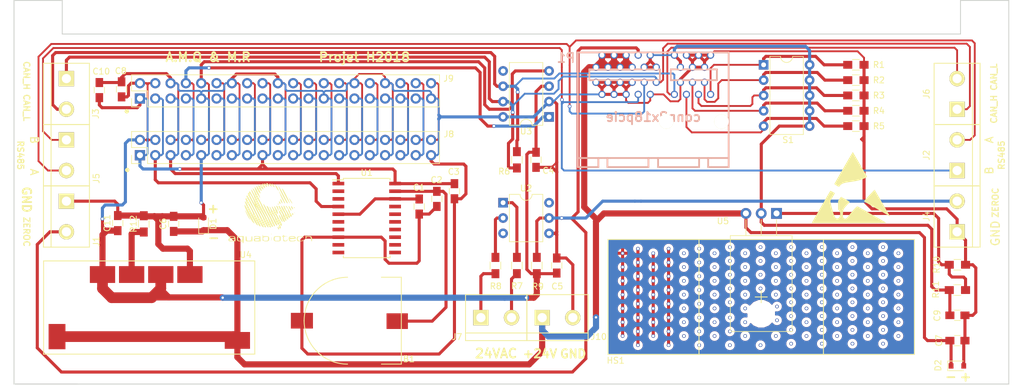
<source format=kicad_pcb>
(kicad_pcb (version 4) (host pcbnew 4.0.6)
  (layers (0 F.Cu signal) (31 B.Cu signal) (34 B.Paste user) (35 F.Paste user) (36 B.SilkS user) (37 F.SilkS user) (38 B.Mask user) (39 F.Mask user) (44 Edge.Cuts user))
  (net 0 "")
  (net 1 GND)
  (net 2 "Net-(B1-Pad2)")
  (net 3 "Net-(C1-Pad2)")
  (net 4 +5V)
  (net 5 +24V)
  (net 6 +3V3)
  (net 7 5V_pwr_MODULE)
  (net 8 /24VAC_2F)
  (net 9 /24VAC_1F)
  (net 10 I2C_SDA)
  (net 11 I2C_SCL)
  (net 12 UART_TX)
  (net 13 UART_RX)
  (net 14 ZERO_CROSS)
  (net 15 RS485_B)
  (net 16 RS485_A)
  (net 17 CAN_H)
  (net 18 CAN_L)
  (net 19 "Net-(P1-PadA14)")
  (net 20 "Net-(P1-PadA15)")
  (net 21 "Net-(P1-PadA16)")
  (net 22 "Net-(P1-PadA17)")
  (net 23 "Net-(P1-PadA18)")
  (net 24 "Net-(R7-Pad1)")
  (net 25 "Net-(R8-Pad1)")
  (net 26 "Net-(R10-Pad1)")
  (net 27 "Net-(R12-Pad1)")
  (net 28 GPIO4)
  (net 29 CPIO17)
  (net 30 PCM_CLK)
  (net 31 GPIO27)
  (net 32 GPIO22)
  (net 33 GPIO23)
  (net 34 GPIO24)
  (net 35 SPI_MOSI)
  (net 36 SPI_MISO)
  (net 37 GPIO25)
  (net 38 SPI_SCLK)
  (net 39 SPI_CE0)
  (net 40 SPI_CE1)
  (net 41 ID_SD)
  (net 42 ID_SC)
  (net 43 GPIO5)
  (net 44 GPIO6)
  (net 45 GPIO12)
  (net 46 GPIO13)
  (net 47 GPIO19)
  (net 48 GPIO16)
  (net 49 GPIO26)
  (net 50 GPIO20)
  (net 51 GPIO21)
  (module mini_monitron:HeatSink_TO220_Vertical_1PP (layer F.Cu) (at 215 86.106 180)
    (fp_text reference HS1 (at 49.53 -1.016 180) (layer F.SilkS))
    (fp_text value HEATSINK)
    (pad "" np_thru_hole circle (at 25.4 6.731 180) (size 3.556 3.556) (drill 3.556) (layers *.Cu *.Mask))
  )
  (module mini_monitron:pci-x_conn-x1_Vertical_back (layer F.Cu) (at 171.704 39.751)
    (fp_text reference P1 (at -14.478 -2.794) (layer B.SilkS) (effects (font (thickness 0.3048)) (justify mirror)))
    (fp_text value conn2x18pcie (at 0 7.00024) (layer B.SilkS) (effects (font (thickness 0.3048)) (justify mirror)))
    (pad "" np_thru_hole circle (at 2.14884 7.7512) (size 2.4003 2.4003) (drill 2.4003) (layers *.Cu F.SilkS))
    (pad "" np_thru_hole circle (at 11.30046 7.7512) (size 2.4003 2.4003) (drill 2.4003) (layers *.Cu F.SilkS))
    (pad B12 thru_hole circle (at 3.50012 -3.2512) (size 1.19888 1.19888) (drill 0.8001) (layers *.Cu *.Mask) (net 7 5V_pwr_MODULE))
    (pad B13 thru_hole circle (at 4.50088 -1.24968) (size 1.19888 1.19888) (drill 0.8001) (layers *.Cu *.Mask) (net 7 5V_pwr_MODULE))
    (pad B14 thru_hole circle (at 5.4991 -3.2512) (size 1.19888 1.19888) (drill 0.8001) (layers *.Cu *.Mask) (net 1 GND))
    (pad B15 thru_hole circle (at 6.49986 -1.24968) (size 1.19888 1.19888) (drill 0.8001) (layers *.Cu *.Mask) (net 1 GND))
    (pad B16 thru_hole circle (at 7.50062 -3.2512) (size 1.19888 1.19888) (drill 0.8001) (layers *.Cu *.Mask) (net 1 GND))
    (pad B17 thru_hole circle (at 8.49884 -1.24968) (size 1.19888 1.19888) (drill 0.8001) (layers *.Cu *.Mask) (net 1 GND))
    (pad B18 thru_hole circle (at 9.4996 -3.2512) (size 1.19888 1.19888) (drill 0.8001) (layers *.Cu *.Mask) (net 1 GND))
    (pad A13 thru_hole circle (at 4.50088 1.24968) (size 1.19888 1.19888) (drill 0.8001) (layers *.Cu *.Mask) (net 1 GND))
    (pad A15 thru_hole circle (at 6.49986 1.24968) (size 1.19888 1.19888) (drill 0.8001) (layers *.Cu *.Mask) (net 20 "Net-(P1-PadA15)"))
    (pad A17 thru_hole circle (at 8.49884 1.24968) (size 1.19888 1.19888) (drill 0.8001) (layers *.Cu *.Mask) (net 22 "Net-(P1-PadA17)"))
    (pad A12 thru_hole circle (at 3.50012 3.2512) (size 1.19888 1.19888) (drill 0.8001) (layers *.Cu *.Mask) (net 18 CAN_L))
    (pad A14 thru_hole circle (at 5.4991 3.2512) (size 1.19888 1.19888) (drill 0.8001) (layers *.Cu *.Mask) (net 19 "Net-(P1-PadA14)"))
    (pad A16 thru_hole circle (at 7.50062 3.2512) (size 1.19888 1.19888) (drill 0.8001) (layers *.Cu *.Mask) (net 21 "Net-(P1-PadA16)"))
    (pad A18 thru_hole circle (at 9.4996 3.2512) (size 1.19888 1.19888) (drill 0.8001) (layers *.Cu *.Mask) (net 23 "Net-(P1-PadA18)"))
    (pad B11 thru_hole circle (at 0.50038 -1.24968) (size 1.19888 1.19888) (drill 0.8001) (layers *.Cu *.Mask) (net 7 5V_pwr_MODULE))
    (pad B9 thru_hole circle (at -1.50114 -1.24968) (size 1.19888 1.19888) (drill 0.8001) (layers *.Cu *.Mask) (net 7 5V_pwr_MODULE))
    (pad B7 thru_hole circle (at -3.50012 -1.24968) (size 1.19888 1.19888) (drill 0.8001) (layers *.Cu *.Mask) (net 5 +24V))
    (pad B5 thru_hole circle (at -5.4991 -1.24968) (size 1.19888 1.19888) (drill 0.8001) (layers *.Cu *.Mask) (net 5 +24V))
    (pad B3 thru_hole circle (at -7.50062 -1.24968) (size 1.19888 1.19888) (drill 0.8001) (layers *.Cu *.Mask) (net 5 +24V))
    (pad B1 thru_hole circle (at -9.4996 -1.24968) (size 1.19888 1.19888) (drill 0.8001) (layers *.Cu *.Mask) (net 5 +24V))
    (pad B2 thru_hole circle (at -8.49884 -3.2512) (size 1.19888 1.19888) (drill 0.8001) (layers *.Cu *.Mask) (net 5 +24V))
    (pad B4 thru_hole circle (at -6.49986 -3.2512) (size 1.19888 1.19888) (drill 0.8001) (layers *.Cu *.Mask) (net 5 +24V))
    (pad B6 thru_hole circle (at -4.50088 -3.2512) (size 1.19888 1.19888) (drill 0.8001) (layers *.Cu *.Mask) (net 5 +24V))
    (pad B8 thru_hole circle (at -2.49936 -3.2512) (size 1.19888 1.19888) (drill 0.8001) (layers *.Cu *.Mask) (net 14 ZERO_CROSS))
    (pad B10 thru_hole circle (at -0.50038 -3.2512) (size 1.19888 1.19888) (drill 0.8001) (layers *.Cu *.Mask) (net 7 5V_pwr_MODULE))
    (pad A1 thru_hole circle (at -9.4996 1.24968) (size 1.19888 1.19888) (drill 0.8001) (layers *.Cu *.Mask) (net 1 GND))
    (pad A2 thru_hole circle (at -8.49884 3.2512) (size 1.19888 1.19888) (drill 0.8001) (layers *.Cu *.Mask) (net 1 GND))
    (pad A3 thru_hole circle (at -7.50062 1.24968) (size 1.19888 1.19888) (drill 0.8001) (layers *.Cu *.Mask) (net 1 GND))
    (pad A4 thru_hole circle (at -6.49986 3.2512) (size 1.19888 1.19888) (drill 0.8001) (layers *.Cu *.Mask) (net 1 GND))
    (pad A5 thru_hole circle (at -5.4991 1.24968) (size 1.19888 1.19888) (drill 0.8001) (layers *.Cu *.Mask) (net 1 GND))
    (pad A6 thru_hole circle (at -4.50088 3.2512) (size 1.19888 1.19888) (drill 0.8001) (layers *.Cu *.Mask) (net 1 GND))
    (pad A7 thru_hole circle (at -3.50012 1.24968) (size 1.19888 1.19888) (drill 0.8001) (layers *.Cu *.Mask) (net 1 GND))
    (pad A8 thru_hole circle (at -2.49936 3.2512) (size 1.19888 1.19888) (drill 0.8001) (layers *.Cu *.Mask) (net 15 RS485_B))
    (pad A9 thru_hole circle (at -1.50114 1.24968) (size 1.19888 1.19888) (drill 0.8001) (layers *.Cu *.Mask) (net 16 RS485_A))
    (pad A10 thru_hole circle (at -0.50038 3.2512) (size 1.19888 1.19888) (drill 0.8001) (layers *.Cu *.Mask) (net 1 GND))
    (pad A11 thru_hole circle (at 0.50038 1.24968) (size 1.19888 1.19888) (drill 0.8001) (layers *.Cu *.Mask) (net 17 CAN_H))
  )
  (module mini_monitron:C_0805_HandSoldering (layer F.Cu) (at 132.9055 61.595 90)
    (fp_text reference C1 (at 3.1496 -0.04318 180) (layer F.SilkS))
    (fp_text value 0.1uF)
    (pad 1 smd rect (at -1.25 0 90) (size 1.5 1.25) (layers F.Cu F.Paste F.Mask) (net 1 GND))
    (pad 2 smd rect (at 1.25 0 90) (size 1.5 1.25) (layers F.Cu F.Paste F.Mask) (net 3 "Net-(C1-Pad2)"))
  )
  (module mini_monitron:C_0805_HandSoldering (layer F.Cu) (at 135.8265 60.325 90)
    (fp_text reference C2 (at 3.14452 -0.05334 180) (layer F.SilkS))
    (fp_text value 0.1uF)
    (pad 1 smd rect (at -1.25 0 90) (size 1.5 1.25) (layers F.Cu F.Paste F.Mask) (net 1 GND))
    (pad 2 smd rect (at 1.25 0 90) (size 1.5 1.25) (layers F.Cu F.Paste F.Mask) (net 2 "Net-(B1-Pad2)"))
  )
  (module mini_monitron:C_0805_HandSoldering (layer F.Cu) (at 138.7475 59.055 90)
    (fp_text reference C3 (at 3.23088 -0.10922 180) (layer F.SilkS))
    (fp_text value 0.1uF)
    (pad 1 smd rect (at -1.25 0 90) (size 1.5 1.25) (layers F.Cu F.Paste F.Mask) (net 1 GND))
    (pad 2 smd rect (at 1.25 0 90) (size 1.5 1.25) (layers F.Cu F.Paste F.Mask) (net 6 +3V3))
  )
  (module mini_monitron:C_0805_HandSoldering (layer F.Cu) (at 152.273 53.848 270)
    (fp_text reference C4 (at 1.79324 -2.04724 360) (layer F.SilkS))
    (fp_text value 0.1uf)
    (pad 1 smd rect (at -1.25 0 270) (size 1.5 1.25) (layers F.Cu F.Paste F.Mask) (net 4 +5V))
    (pad 2 smd rect (at 1.25 0 270) (size 1.5 1.25) (layers F.Cu F.Paste F.Mask) (net 1 GND))
  )
  (module mini_monitron:C_0805_HandSoldering (layer F.Cu) (at 155.702 71.374 90)
    (fp_text reference C5 (at -3.44932 0.09144 180) (layer F.SilkS))
    (fp_text value 0.1uf)
    (pad 1 smd rect (at -1.25 0 90) (size 1.5 1.25) (layers F.Cu F.Paste F.Mask) (net 4 +5V))
    (pad 2 smd rect (at 1.25 0 90) (size 1.5 1.25) (layers F.Cu F.Paste F.Mask) (net 1 GND))
  )
  (module mini_monitron:C_0805_HandSoldering (layer F.Cu) (at 92.202 64.468 90)
    (fp_text reference C6 (at 0 -1.75 90) (layer F.SilkS))
    (fp_text value 10uF)
    (pad 1 smd rect (at -1.25 0 90) (size 1.5 1.25) (layers F.Cu F.Paste F.Mask) (net 5 +24V))
    (pad 2 smd rect (at 1.25 0 90) (size 1.5 1.25) (layers F.Cu F.Paste F.Mask) (net 1 GND))
  )
  (module mini_monitron:C_0805_HandSoldering (layer F.Cu) (at 222.123 83.82)
    (fp_text reference C7 (at -3.048 0 90) (layer F.SilkS))
    (fp_text value 10uF)
    (pad 1 smd rect (at -1.25 0) (size 1.5 1.25) (layers F.Cu F.Paste F.Mask) (net 5 +24V))
    (pad 2 smd rect (at 1.25 0) (size 1.5 1.25) (layers F.Cu F.Paste F.Mask) (net 1 GND))
  )
  (module mini_monitron:C_0805_HandSoldering (layer F.Cu) (at 83.566 42.164 90)
    (fp_text reference C8 (at 3.05054 -0.127 180) (layer F.SilkS))
    (fp_text value 0.1uf)
    (pad 1 smd rect (at -1.25 0 90) (size 1.5 1.25) (layers F.Cu F.Paste F.Mask) (net 4 +5V))
    (pad 2 smd rect (at 1.25 0 90) (size 1.5 1.25) (layers F.Cu F.Paste F.Mask) (net 1 GND))
  )
  (module mini_monitron:C_0805_HandSoldering (layer F.Cu) (at 222.123 79.629)
    (fp_text reference C9 (at -3.35788 0.04572 90) (layer F.SilkS))
    (fp_text value 10uF)
    (pad 1 smd rect (at -1.25 0) (size 1.5 1.25) (layers F.Cu F.Paste F.Mask) (net 7 5V_pwr_MODULE))
    (pad 2 smd rect (at 1.25 0) (size 1.5 1.25) (layers F.Cu F.Paste F.Mask) (net 1 GND))
  )
  (module mini_monitron:C_0805_HandSoldering (layer F.Cu) (at 79.883 42.291 90)
    (fp_text reference C10 (at 3.09372 0.30988 180) (layer F.SilkS))
    (fp_text value 0.1uf)
    (pad 1 smd rect (at -1.25 0 90) (size 1.5 1.25) (layers F.Cu F.Paste F.Mask) (net 6 +3V3))
    (pad 2 smd rect (at 1.25 0 90) (size 1.5 1.25) (layers F.Cu F.Paste F.Mask) (net 1 GND))
  )
  (module mini_monitron:C_0805_HandSoldering (layer F.Cu) (at 82.931 64.341 90)
    (fp_text reference C11 (at 0 -1.75 90) (layer F.SilkS))
    (fp_text value 10uF)
    (pad 1 smd rect (at -1.25 0 90) (size 1.5 1.25) (layers F.Cu F.Paste F.Mask) (net 4 +5V))
    (pad 2 smd rect (at 1.25 0 90) (size 1.5 1.25) (layers F.Cu F.Paste F.Mask) (net 1 GND))
  )
  (module mini_monitron:bornier2 (layer F.Cu) (at 74.422 63.246 270)
    (fp_text reference J1 (at 4.14528 -4.96316 270) (layer F.SilkS))
    (fp_text value CONN_01X02)
    (pad 1 thru_hole rect (at -2.54 0 270) (size 2.54 2.54) (drill 1.524) (layers *.Cu *.Mask F.SilkS) (net 1 GND))
    (pad 2 thru_hole circle (at 2.54 0 270) (size 2.54 2.54) (drill 1.524) (layers *.Cu *.Mask F.SilkS) (net 14 ZERO_CROSS))
  )
  (module mini_monitron:bornier2 (layer F.Cu) (at 222.076 63.246 90)
    (fp_text reference J4 (at 0 -5.08 90) (layer F.SilkS))
    (fp_text value CONN_01X02)
    (pad 1 thru_hole rect (at -2.54 0 90) (size 2.54 2.54) (drill 1.524) (layers *.Cu *.Mask F.SilkS) (net 1 GND))
    (pad 2 thru_hole circle (at 2.54 0 90) (size 2.54 2.54) (drill 1.524) (layers *.Cu *.Mask F.SilkS) (net 14 ZERO_CROSS))
  )
  (module mini_monitron:bornier2 (layer F.Cu) (at 74.422 53.086 270)
    (fp_text reference J5 (at 3.85064 -4.96824 450) (layer F.SilkS))
    (fp_text value CONN_01X02)
    (pad 1 thru_hole rect (at -2.54 0 270) (size 2.54 2.54) (drill 1.524) (layers *.Cu *.Mask F.SilkS) (net 15 RS485_B))
    (pad 2 thru_hole circle (at 2.54 0 270) (size 2.54 2.54) (drill 1.524) (layers *.Cu *.Mask F.SilkS) (net 16 RS485_A))
  )
  (module mini_monitron:bornier2 (layer F.Cu) (at 222.076 42.926 90)
    (fp_text reference J6 (at 0 -5.08 90) (layer F.SilkS))
    (fp_text value CONN_01X02)
    (pad 1 thru_hole rect (at -2.54 0 90) (size 2.54 2.54) (drill 1.524) (layers *.Cu *.Mask F.SilkS) (net 17 CAN_H))
    (pad 2 thru_hole circle (at 2.54 0 90) (size 2.54 2.54) (drill 1.524) (layers *.Cu *.Mask F.SilkS) (net 18 CAN_L))
  )
  (module mini_monitron:bornier2 (layer F.Cu) (at 145.669 80.01)
    (fp_text reference J7 (at -6.49986 3.19532) (layer F.SilkS))
    (fp_text value CONN_01X02)
    (pad 1 thru_hole rect (at -2.54 0) (size 2.54 2.54) (drill 1.524) (layers *.Cu *.Mask F.SilkS) (net 8 /24VAC_2F))
    (pad 2 thru_hole circle (at 2.54 0) (size 2.54 2.54) (drill 1.524) (layers *.Cu *.Mask F.SilkS) (net 9 /24VAC_1F))
  )
  (module mini_monitron:bornier2 (layer F.Cu) (at 155.829 80.01)
    (fp_text reference J10 (at 6.83768 3.16738) (layer F.SilkS))
    (fp_text value CONN_01X02)
    (pad 1 thru_hole rect (at -2.54 0) (size 2.54 2.54) (drill 1.524) (layers *.Cu *.Mask F.SilkS) (net 5 +24V))
    (pad 2 thru_hole circle (at 2.54 0) (size 2.54 2.54) (drill 1.524) (layers *.Cu *.Mask F.SilkS) (net 1 GND))
  )
  (module mini_monitron:R_0805_HandSoldering (layer F.Cu) (at 205.296 38.1)
    (fp_text reference R1 (at 3.81 0) (layer F.SilkS))
    (fp_text value 1k)
    (pad 1 smd rect (at -1.35 0) (size 1.5 1.3) (layers F.Cu F.Paste F.Mask) (net 23 "Net-(P1-PadA18)"))
    (pad 2 smd rect (at 1.35 0) (size 1.5 1.3) (layers F.Cu F.Paste F.Mask) (net 1 GND))
  )
  (module mini_monitron:R_0805_HandSoldering (layer F.Cu) (at 205.296 40.64)
    (fp_text reference R2 (at 3.81 0) (layer F.SilkS))
    (fp_text value 1k)
    (pad 1 smd rect (at -1.35 0) (size 1.5 1.3) (layers F.Cu F.Paste F.Mask) (net 22 "Net-(P1-PadA17)"))
    (pad 2 smd rect (at 1.35 0) (size 1.5 1.3) (layers F.Cu F.Paste F.Mask) (net 1 GND))
  )
  (module mini_monitron:R_0805_HandSoldering (layer F.Cu) (at 205.296 43.18)
    (fp_text reference R3 (at 3.81 0) (layer F.SilkS))
    (fp_text value 1k)
    (pad 1 smd rect (at -1.35 0) (size 1.5 1.3) (layers F.Cu F.Paste F.Mask) (net 21 "Net-(P1-PadA16)"))
    (pad 2 smd rect (at 1.35 0) (size 1.5 1.3) (layers F.Cu F.Paste F.Mask) (net 1 GND))
  )
  (module mini_monitron:R_0805_HandSoldering (layer F.Cu) (at 205.296 45.72)
    (fp_text reference R4 (at 3.81 0) (layer F.SilkS))
    (fp_text value 1k)
    (pad 1 smd rect (at -1.35 0) (size 1.5 1.3) (layers F.Cu F.Paste F.Mask) (net 20 "Net-(P1-PadA15)"))
    (pad 2 smd rect (at 1.35 0) (size 1.5 1.3) (layers F.Cu F.Paste F.Mask) (net 1 GND))
  )
  (module mini_monitron:R_0805_HandSoldering (layer F.Cu) (at 205.296 48.26)
    (fp_text reference R5 (at 3.81 0) (layer F.SilkS))
    (fp_text value 1k)
    (pad 1 smd rect (at -1.35 0) (size 1.5 1.3) (layers F.Cu F.Paste F.Mask) (net 19 "Net-(P1-PadA14)"))
    (pad 2 smd rect (at 1.35 0) (size 1.5 1.3) (layers F.Cu F.Paste F.Mask) (net 1 GND))
  )
  (module mini_monitron:R_0805_HandSoldering (layer F.Cu) (at 149.098 53.848 270)
    (fp_text reference R6 (at 1.9304 2.10312 360) (layer F.SilkS))
    (fp_text value 120)
    (pad 1 smd rect (at -1.35 0 270) (size 1.5 1.3) (layers F.Cu F.Paste F.Mask) (net 18 CAN_L))
    (pad 2 smd rect (at 1.35 0 270) (size 1.5 1.3) (layers F.Cu F.Paste F.Mask) (net 17 CAN_H))
  )
  (module mini_monitron:R_0805_HandSoldering (layer F.Cu) (at 149.098 71.374 270)
    (fp_text reference R7 (at 3.39344 -0.01778 360) (layer F.SilkS))
    (fp_text value 1k)
    (pad 1 smd rect (at -1.35 0 270) (size 1.5 1.3) (layers F.Cu F.Paste F.Mask) (net 24 "Net-(R7-Pad1)"))
    (pad 2 smd rect (at 1.35 0 270) (size 1.5 1.3) (layers F.Cu F.Paste F.Mask) (net 9 /24VAC_1F))
  )
  (module mini_monitron:R_0805_HandSoldering (layer F.Cu) (at 145.542 71.374 270)
    (fp_text reference R8 (at 3.42138 -0.05334 360) (layer F.SilkS))
    (fp_text value 1k)
    (pad 1 smd rect (at -1.35 0 270) (size 1.5 1.3) (layers F.Cu F.Paste F.Mask) (net 25 "Net-(R8-Pad1)"))
    (pad 2 smd rect (at 1.35 0 270) (size 1.5 1.3) (layers F.Cu F.Paste F.Mask) (net 8 /24VAC_2F))
  )
  (module mini_monitron:R_0805_HandSoldering (layer F.Cu) (at 152.4 71.374 90)
    (fp_text reference R9 (at -3.47726 0.18034 180) (layer F.SilkS))
    (fp_text value 1k)
    (pad 1 smd rect (at -1.35 0 90) (size 1.5 1.3) (layers F.Cu F.Paste F.Mask) (net 4 +5V))
    (pad 2 smd rect (at 1.35 0 90) (size 1.5 1.3) (layers F.Cu F.Paste F.Mask) (net 14 ZERO_CROSS))
  )
  (module mini_monitron:R_0805_HandSoldering (layer F.Cu) (at 222.123 71.247)
    (fp_text reference R10 (at -3.43662 0 90) (layer F.SilkS))
    (fp_text value 300)
    (pad 1 smd rect (at -1.35 0) (size 1.5 1.3) (layers F.Cu F.Paste F.Mask) (net 26 "Net-(R10-Pad1)"))
    (pad 2 smd rect (at 1.35 0) (size 1.5 1.3) (layers F.Cu F.Paste F.Mask) (net 1 GND))
  )
  (module mini_monitron:R_0805_HandSoldering (layer F.Cu) (at 222.123 75.438)
    (fp_text reference R11 (at -3.57632 -0.08382 90) (layer F.SilkS))
    (fp_text value 100)
    (pad 1 smd rect (at -1.35 0) (size 1.5 1.3) (layers F.Cu F.Paste F.Mask) (net 7 5V_pwr_MODULE))
    (pad 2 smd rect (at 1.35 0) (size 1.5 1.3) (layers F.Cu F.Paste F.Mask) (net 26 "Net-(R10-Pad1)"))
  )
  (module mini_monitron:DIP-10_W7.62mm (layer F.Cu) (at 190 38.1)
    (fp_text reference S1 (at 4.064 12.446) (layer F.SilkS))
    (fp_text value Switch_5xDIP)
    (pad 1 thru_hole rect (at 0 0) (size 1.6 1.6) (drill 0.8) (layers *.Cu *.Mask) (net 23 "Net-(P1-PadA18)"))
    (pad 6 thru_hole oval (at 7.62 10.16) (size 1.6 1.6) (drill 0.8) (layers *.Cu *.Mask) (net 7 5V_pwr_MODULE))
    (pad 2 thru_hole oval (at 0 2.54) (size 1.6 1.6) (drill 0.8) (layers *.Cu *.Mask) (net 22 "Net-(P1-PadA17)"))
    (pad 7 thru_hole oval (at 7.62 7.62) (size 1.6 1.6) (drill 0.8) (layers *.Cu *.Mask) (net 7 5V_pwr_MODULE))
    (pad 3 thru_hole oval (at 0 5.08) (size 1.6 1.6) (drill 0.8) (layers *.Cu *.Mask) (net 21 "Net-(P1-PadA16)"))
    (pad 8 thru_hole oval (at 7.62 5.08) (size 1.6 1.6) (drill 0.8) (layers *.Cu *.Mask) (net 7 5V_pwr_MODULE))
    (pad 4 thru_hole oval (at 0 7.62) (size 1.6 1.6) (drill 0.8) (layers *.Cu *.Mask) (net 20 "Net-(P1-PadA15)"))
    (pad 9 thru_hole oval (at 7.62 2.54) (size 1.6 1.6) (drill 0.8) (layers *.Cu *.Mask) (net 7 5V_pwr_MODULE))
    (pad 5 thru_hole oval (at 0 10.16) (size 1.6 1.6) (drill 0.8) (layers *.Cu *.Mask) (net 19 "Net-(P1-PadA14)"))
    (pad 10 thru_hole oval (at 7.62 0) (size 1.6 1.6) (drill 0.8) (layers *.Cu *.Mask) (net 7 5V_pwr_MODULE))
  )
  (module mini_monitron:SOIC-20W_7.5x12.8mm_Pitch1.27mm (layer F.Cu) (at 124.206 63.5)
    (fp_text reference U1 (at 0 -7.5) (layer F.SilkS))
    (fp_text value PCF2129AT)
    (pad 1 smd rect (at -4.7 -5.715) (size 1.95 0.6) (layers F.Cu F.Paste F.Mask) (net 11 I2C_SCL))
    (pad 2 smd rect (at -4.7 -4.445) (size 1.95 0.6) (layers F.Cu F.Paste F.Mask))
    (pad 3 smd rect (at -4.7 -3.175) (size 1.95 0.6) (layers F.Cu F.Paste F.Mask))
    (pad 4 smd rect (at -4.7 -1.905) (size 1.95 0.6) (layers F.Cu F.Paste F.Mask) (net 10 I2C_SDA))
    (pad 5 smd rect (at -4.7 -0.635) (size 1.95 0.6) (layers F.Cu F.Paste F.Mask) (net 3 "Net-(C1-Pad2)"))
    (pad 6 smd rect (at -4.7 0.635) (size 1.95 0.6) (layers F.Cu F.Paste F.Mask))
    (pad 7 smd rect (at -4.7 1.905) (size 1.95 0.6) (layers F.Cu F.Paste F.Mask))
    (pad 8 smd rect (at -4.7 3.175) (size 1.95 0.6) (layers F.Cu F.Paste F.Mask) (net 1 GND))
    (pad 9 smd rect (at -4.7 4.445) (size 1.95 0.6) (layers F.Cu F.Paste F.Mask))
    (pad 10 smd rect (at -4.7 5.715) (size 1.95 0.6) (layers F.Cu F.Paste F.Mask))
    (pad 11 smd rect (at 4.7 5.715) (size 1.95 0.6) (layers F.Cu F.Paste F.Mask))
    (pad 12 smd rect (at 4.7 4.445) (size 1.95 0.6) (layers F.Cu F.Paste F.Mask))
    (pad 13 smd rect (at 4.7 3.175) (size 1.95 0.6) (layers F.Cu F.Paste F.Mask))
    (pad 14 smd rect (at 4.7 1.905) (size 1.95 0.6) (layers F.Cu F.Paste F.Mask))
    (pad 15 smd rect (at 4.7 0.635) (size 1.95 0.6) (layers F.Cu F.Paste F.Mask))
    (pad 16 smd rect (at 4.7 -0.635) (size 1.95 0.6) (layers F.Cu F.Paste F.Mask))
    (pad 17 smd rect (at 4.7 -1.905) (size 1.95 0.6) (layers F.Cu F.Paste F.Mask))
    (pad 18 smd rect (at 4.7 -3.175) (size 1.95 0.6) (layers F.Cu F.Paste F.Mask) (net 3 "Net-(C1-Pad2)"))
    (pad 19 smd rect (at 4.7 -4.445) (size 1.95 0.6) (layers F.Cu F.Paste F.Mask) (net 2 "Net-(B1-Pad2)"))
    (pad 20 smd rect (at 4.7 -5.715) (size 1.95 0.6) (layers F.Cu F.Paste F.Mask) (net 6 +3V3))
  )
  (module mini_monitron:DIP-6_W7.62mm (layer F.Cu) (at 146.812 60.96)
    (fp_text reference U2 (at 3.81 -2.39) (layer F.SilkS))
    (fp_text value H11AA1M)
    (pad 1 thru_hole rect (at 0 0) (size 1.6 1.6) (drill 0.8) (layers *.Cu *.Mask) (net 24 "Net-(R7-Pad1)"))
    (pad 4 thru_hole oval (at 7.62 5.08) (size 1.6 1.6) (drill 0.8) (layers *.Cu *.Mask) (net 1 GND))
    (pad 2 thru_hole oval (at 0 2.54) (size 1.6 1.6) (drill 0.8) (layers *.Cu *.Mask) (net 25 "Net-(R8-Pad1)"))
    (pad 5 thru_hole oval (at 7.62 2.54) (size 1.6 1.6) (drill 0.8) (layers *.Cu *.Mask) (net 14 ZERO_CROSS))
    (pad 3 thru_hole oval (at 0 5.08) (size 1.6 1.6) (drill 0.8) (layers *.Cu *.Mask))
    (pad 6 thru_hole oval (at 7.62 0) (size 1.6 1.6) (drill 0.8) (layers *.Cu *.Mask))
  )
  (module mini_monitron:DIP-8_W7.62mm (layer F.Cu) (at 154.432 46.736 180)
    (fp_text reference U3 (at 3.81 -2.39 180) (layer F.SilkS))
    (fp_text value MCP2551-I/SN)
    (pad 1 thru_hole rect (at 0 0 180) (size 1.6 1.6) (drill 0.8) (layers *.Cu *.Mask) (net 12 UART_TX))
    (pad 5 thru_hole oval (at 7.62 7.62 180) (size 1.6 1.6) (drill 0.8) (layers *.Cu *.Mask))
    (pad 2 thru_hole oval (at 0 2.54 180) (size 1.6 1.6) (drill 0.8) (layers *.Cu *.Mask) (net 1 GND))
    (pad 6 thru_hole oval (at 7.62 5.08 180) (size 1.6 1.6) (drill 0.8) (layers *.Cu *.Mask) (net 18 CAN_L))
    (pad 3 thru_hole oval (at 0 5.08 180) (size 1.6 1.6) (drill 0.8) (layers *.Cu *.Mask) (net 4 +5V))
    (pad 7 thru_hole oval (at 7.62 2.54 180) (size 1.6 1.6) (drill 0.8) (layers *.Cu *.Mask) (net 17 CAN_H))
    (pad 4 thru_hole oval (at 0 7.62 180) (size 1.6 1.6) (drill 0.8) (layers *.Cu *.Mask) (net 13 UART_RX))
    (pad 8 thru_hole oval (at 7.62 0 180) (size 1.6 1.6) (drill 0.8) (layers *.Cu *.Mask) (net 1 GND))
  )
  (module mini_monitron:AXB050X43-SRZ (layer F.Cu) (at 70.866 70.866)
    (fp_text reference U4 (at 33.274 -1.27) (layer F.SilkS))
    (fp_text value AXB050X43-SRZ)
    (pad 6 smd rect (at 9.54 2) (size 4.19 2.79) (layers F.Cu F.Paste F.Mask) (net 4 +5V))
    (pad 5 smd rect (at 14.37 2) (size 4.19 2.79) (layers F.Cu F.Paste F.Mask) (net 27 "Net-(R12-Pad1)"))
    (pad 4 smd rect (at 19.2 2) (size 4.19 2.79) (layers F.Cu F.Paste F.Mask) (net 4 +5V))
    (pad 3 smd rect (at 24.03 2) (size 4.19 2.79) (layers F.Cu F.Paste F.Mask) (net 1 GND))
    (pad 2 smd rect (at 31.9 12.92) (size 4.19 2.79) (layers F.Cu F.Paste F.Mask) (net 5 +24V))
    (pad 1 smd rect (at 2 12.29 90) (size 4.19 2.79) (layers F.Cu F.Paste F.Mask) (net 5 +24V))
  )
  (module mini_monitron:TO-220_Horizontal (layer F.Cu) (at 192.14 62.73 180)
    (fp_text reference U5 (at 8.89 -1.27 180) (layer F.SilkS))
    (fp_text value LM1084IT-ADJ/NOPB)
    (pad None np_thru_hole oval (at 2.54 -16.66 180) (size 3.5 3.5) (drill 3.5) (layers *.Cu *.Mask))
    (pad 1 thru_hole rect (at 0 0 180) (size 1.8 1.8) (drill 1) (layers *.Cu *.Mask) (net 26 "Net-(R10-Pad1)"))
    (pad 2 thru_hole oval (at 2.54 0 180) (size 1.8 1.8) (drill 1) (layers *.Cu *.Mask) (net 7 5V_pwr_MODULE))
    (pad 3 thru_hole oval (at 5.08 0 180) (size 1.8 1.8) (drill 1) (layers *.Cu *.Mask) (net 5 +24V))
  )
  (module mini_monitron:Percage (layer F.Cu) (at 72.136 31.242)
    (fp_text reference REF** hide)
    (fp_text value Percage hide)
    (pad "" np_thru_hole circle (at -2.3 0.84) (size 3 3) (drill 3) (layers *.Cu *.Mask))
  )
  (module mini_monitron:Percage (layer F.Cu) (at 232.918 30.48)
    (fp_text reference REF** hide)
    (fp_text value Percage hide)
    (pad "" np_thru_hole circle (at -6.182 1.602) (size 3 3) (drill 3) (layers *.Cu *.Mask))
  )
  (module mini_monitron:Percage (layer F.Cu) (at 81.534 51.054)
    (fp_text reference REF** hide)
    (fp_text value Percage hide)
    (pad "" np_thru_hole circle (at 0.21 0.762) (size 3 3) (drill 3) (layers *.Cu *.Mask))
  )
  (module mini_monitron:Percage (layer F.Cu) (at 141.986 51.054)
    (fp_text reference REF** hide)
    (fp_text value Percage hide)
    (pad "" np_thru_hole circle (at -2.242 0.762) (size 3 3) (drill 3) (layers *.Cu *.Mask))
  )
  (module mini_monitron:Keystone_CR1220_SMD (layer F.Cu) (at 121.031 80.518)
    (fp_text reference B1 (at 10.16 6.35) (layer F.SilkS))
    (fp_text value Battery_Holder_CR1220)
    (pad 1 smd rect (at -7.57 0) (size 3.66 2.6) (layers F.Cu F.Paste F.Mask) (net 1 GND))
    (pad 2 smd rect (at 8.23 0.075) (size 3.54 2.6) (layers F.Cu F.Paste F.Mask) (net 2 "Net-(B1-Pad2)"))
    (pad "" np_thru_hole circle (at -3.5 0) (size 1 1) (drill 1) (layers *.Cu *.Mask))
    (pad "" np_thru_hole circle (at 4 0) (size 1.3 1.3) (drill 1.3) (layers *.Cu *.Mask))
  )
  (module mini_monitron:Percage (layer F.Cu) (at 231.636 88.582)
    (fp_text reference REF** hide)
    (fp_text value Percage hide)
    (pad "" np_thru_hole circle (at -4.9 0.025) (size 3 3) (drill 3) (layers *.Cu *.Mask))
  )
  (module mini_monitron:Percage (layer F.Cu) (at 69.836 88.582)
    (fp_text reference REF** hide)
    (fp_text value Percage hide)
    (pad "" np_thru_hole circle (at 0.025 0.025) (size 3 3) (drill 3) (layers *.Cu *.Mask))
  )
  (module Symbols:ESD-Logo_13.2x12mm_SilkScreen (layer F.Cu) (at 204.47 58.42)
    (fp_text reference REF*** hide)
    (fp_text value ESD-Logo_13.2x12mm_SilkScreen hide)
  )
  (module mini_monitron:AquaLogo (layer F.Cu) (at 108.204 62.738)
    (fp_text reference G*** hide)
    (fp_text value LOGO hide)
  )
  (module mini_monitron:R_0805_HandSoldering (layer F.Cu) (at 87.249 64.468 90)
    (fp_text reference R12 (at 0 -1.7 90) (layer F.SilkS))
    (fp_text value 4.3k)
    (pad 1 smd rect (at -1.35 0 90) (size 1.5 1.3) (layers F.Cu F.Paste F.Mask) (net 27 "Net-(R12-Pad1)"))
    (pad 2 smd rect (at 1.35 0 90) (size 1.5 1.3) (layers F.Cu F.Paste F.Mask) (net 1 GND))
  )
  (module mini_monitron:D_0805 (layer F.Cu) (at 97.155 64.468 90)
    (fp_text reference D1 (at 0 1.6 90) (layer F.SilkS))
    (fp_text value D)
    (pad 1 smd rect (at -1.05 0 90) (size 0.8 0.9) (layers F.Cu F.Paste F.Mask) (net 5 +24V))
    (pad 2 smd rect (at 1.05 0 90) (size 0.8 0.9) (layers F.Cu F.Paste F.Mask) (net 1 GND))
  )
  (module mini_monitron:D_0805 (layer F.Cu) (at 222.123 88.011)
    (fp_text reference D2 (at -3.2004 -0.0762 90) (layer F.SilkS))
    (fp_text value D)
    (pad 1 smd rect (at -1.05 0) (size 0.8 0.9) (layers F.Cu F.Paste F.Mask) (net 5 +24V))
    (pad 2 smd rect (at 1.05 0) (size 0.8 0.9) (layers F.Cu F.Paste F.Mask) (net 1 GND))
  )
  (module mini_monitron:bornier2 (layer F.Cu) (at 222.076 53.086 90)
    (fp_text reference J2 (at 0 -5.08 90) (layer F.SilkS))
    (fp_text value CONN_01X02)
    (pad 1 thru_hole rect (at -2.54 0 90) (size 2.54 2.54) (drill 1.524) (layers *.Cu *.Mask F.SilkS) (net 15 RS485_B))
    (pad 2 thru_hole circle (at 2.54 0 90) (size 2.54 2.54) (drill 1.524) (layers *.Cu *.Mask F.SilkS) (net 16 RS485_A))
  )
  (module mini_monitron:bornier2 (layer F.Cu) (at 74.422 42.926 270)
    (fp_text reference J3 (at 3.29692 -4.85648 270) (layer F.SilkS))
    (fp_text value CONN_01X02)
    (pad 1 thru_hole rect (at -2.54 0 270) (size 2.54 2.54) (drill 1.524) (layers *.Cu *.Mask F.SilkS) (net 17 CAN_H))
    (pad 2 thru_hole circle (at 2.54 0 270) (size 2.54 2.54) (drill 1.524) (layers *.Cu *.Mask F.SilkS) (net 18 CAN_L))
  )
  (module mini_monitron:Pin_Header_Straight_2x20_Pitch2.54mm (layer F.Cu) (at 86.614 53.086 90)
    (fp_text reference J8 (at 3.4925 51.21402 180) (layer F.SilkS))
    (fp_text value CONN_02X20)
    (pad 1 thru_hole rect (at 0 0 90) (size 1.7 1.7) (drill 1) (layers *.Cu *.Mask) (net 6 +3V3))
    (pad 2 thru_hole oval (at 2.54 0 90) (size 1.7 1.7) (drill 1) (layers *.Cu *.Mask) (net 4 +5V))
    (pad 3 thru_hole oval (at 0 2.54 90) (size 1.7 1.7) (drill 1) (layers *.Cu *.Mask) (net 10 I2C_SDA))
    (pad 4 thru_hole oval (at 2.54 2.54 90) (size 1.7 1.7) (drill 1) (layers *.Cu *.Mask) (net 4 +5V))
    (pad 5 thru_hole oval (at 0 5.08 90) (size 1.7 1.7) (drill 1) (layers *.Cu *.Mask) (net 11 I2C_SCL))
    (pad 6 thru_hole oval (at 2.54 5.08 90) (size 1.7 1.7) (drill 1) (layers *.Cu *.Mask) (net 1 GND))
    (pad 7 thru_hole oval (at 0 7.62 90) (size 1.7 1.7) (drill 1) (layers *.Cu *.Mask) (net 28 GPIO4))
    (pad 8 thru_hole oval (at 2.54 7.62 90) (size 1.7 1.7) (drill 1) (layers *.Cu *.Mask) (net 12 UART_TX))
    (pad 9 thru_hole oval (at 0 10.16 90) (size 1.7 1.7) (drill 1) (layers *.Cu *.Mask) (net 1 GND))
    (pad 10 thru_hole oval (at 2.54 10.16 90) (size 1.7 1.7) (drill 1) (layers *.Cu *.Mask) (net 13 UART_RX))
    (pad 11 thru_hole oval (at 0 12.7 90) (size 1.7 1.7) (drill 1) (layers *.Cu *.Mask) (net 29 CPIO17))
    (pad 12 thru_hole oval (at 2.54 12.7 90) (size 1.7 1.7) (drill 1) (layers *.Cu *.Mask) (net 30 PCM_CLK))
    (pad 13 thru_hole oval (at 0 15.24 90) (size 1.7 1.7) (drill 1) (layers *.Cu *.Mask) (net 31 GPIO27))
    (pad 14 thru_hole oval (at 2.54 15.24 90) (size 1.7 1.7) (drill 1) (layers *.Cu *.Mask) (net 1 GND))
    (pad 15 thru_hole oval (at 0 17.78 90) (size 1.7 1.7) (drill 1) (layers *.Cu *.Mask) (net 32 GPIO22))
    (pad 16 thru_hole oval (at 2.54 17.78 90) (size 1.7 1.7) (drill 1) (layers *.Cu *.Mask) (net 33 GPIO23))
    (pad 17 thru_hole oval (at 0 20.32 90) (size 1.7 1.7) (drill 1) (layers *.Cu *.Mask) (net 6 +3V3))
    (pad 18 thru_hole oval (at 2.54 20.32 90) (size 1.7 1.7) (drill 1) (layers *.Cu *.Mask) (net 34 GPIO24))
    (pad 19 thru_hole oval (at 0 22.86 90) (size 1.7 1.7) (drill 1) (layers *.Cu *.Mask) (net 35 SPI_MOSI))
    (pad 20 thru_hole oval (at 2.54 22.86 90) (size 1.7 1.7) (drill 1) (layers *.Cu *.Mask) (net 1 GND))
    (pad 21 thru_hole oval (at 0 25.4 90) (size 1.7 1.7) (drill 1) (layers *.Cu *.Mask) (net 36 SPI_MISO))
    (pad 22 thru_hole oval (at 2.54 25.4 90) (size 1.7 1.7) (drill 1) (layers *.Cu *.Mask) (net 37 GPIO25))
    (pad 23 thru_hole oval (at 0 27.94 90) (size 1.7 1.7) (drill 1) (layers *.Cu *.Mask) (net 38 SPI_SCLK))
    (pad 24 thru_hole oval (at 2.54 27.94 90) (size 1.7 1.7) (drill 1) (layers *.Cu *.Mask) (net 39 SPI_CE0))
    (pad 25 thru_hole oval (at 0 30.48 90) (size 1.7 1.7) (drill 1) (layers *.Cu *.Mask) (net 1 GND))
    (pad 26 thru_hole oval (at 2.54 30.48 90) (size 1.7 1.7) (drill 1) (layers *.Cu *.Mask) (net 40 SPI_CE1))
    (pad 27 thru_hole oval (at 0 33.02 90) (size 1.7 1.7) (drill 1) (layers *.Cu *.Mask) (net 41 ID_SD))
    (pad 28 thru_hole oval (at 2.54 33.02 90) (size 1.7 1.7) (drill 1) (layers *.Cu *.Mask) (net 42 ID_SC))
    (pad 29 thru_hole oval (at 0 35.56 90) (size 1.7 1.7) (drill 1) (layers *.Cu *.Mask) (net 43 GPIO5))
    (pad 30 thru_hole oval (at 2.54 35.56 90) (size 1.7 1.7) (drill 1) (layers *.Cu *.Mask) (net 1 GND))
    (pad 31 thru_hole oval (at 0 38.1 90) (size 1.7 1.7) (drill 1) (layers *.Cu *.Mask) (net 44 GPIO6))
    (pad 32 thru_hole oval (at 2.54 38.1 90) (size 1.7 1.7) (drill 1) (layers *.Cu *.Mask) (net 45 GPIO12))
    (pad 33 thru_hole oval (at 0 40.64 90) (size 1.7 1.7) (drill 1) (layers *.Cu *.Mask) (net 46 GPIO13))
    (pad 34 thru_hole oval (at 2.54 40.64 90) (size 1.7 1.7) (drill 1) (layers *.Cu *.Mask) (net 1 GND))
    (pad 35 thru_hole oval (at 0 43.18 90) (size 1.7 1.7) (drill 1) (layers *.Cu *.Mask) (net 47 GPIO19))
    (pad 36 thru_hole oval (at 2.54 43.18 90) (size 1.7 1.7) (drill 1) (layers *.Cu *.Mask) (net 48 GPIO16))
    (pad 37 thru_hole oval (at 0 45.72 90) (size 1.7 1.7) (drill 1) (layers *.Cu *.Mask) (net 49 GPIO26))
    (pad 38 thru_hole oval (at 2.54 45.72 90) (size 1.7 1.7) (drill 1) (layers *.Cu *.Mask) (net 50 GPIO20))
    (pad 39 thru_hole oval (at 0 48.26 90) (size 1.7 1.7) (drill 1) (layers *.Cu *.Mask) (net 1 GND))
    (pad 40 thru_hole oval (at 2.54 48.26 90) (size 1.7 1.7) (drill 1) (layers *.Cu *.Mask) (net 51 GPIO21))
  )
  (module mini_monitron:Pin_Header_Straight_2x20_Pitch2.54mm (layer F.Cu) (at 86.614 43.688 90)
    (fp_text reference J9 (at 3.3147 51.15814 180) (layer F.SilkS))
    (fp_text value CONN_02X20)
    (pad 1 thru_hole rect (at 0 0 90) (size 1.7 1.7) (drill 1) (layers *.Cu *.Mask) (net 6 +3V3))
    (pad 2 thru_hole oval (at 2.54 0 90) (size 1.7 1.7) (drill 1) (layers *.Cu *.Mask) (net 4 +5V))
    (pad 3 thru_hole oval (at 0 2.54 90) (size 1.7 1.7) (drill 1) (layers *.Cu *.Mask) (net 10 I2C_SDA))
    (pad 4 thru_hole oval (at 2.54 2.54 90) (size 1.7 1.7) (drill 1) (layers *.Cu *.Mask) (net 4 +5V))
    (pad 5 thru_hole oval (at 0 5.08 90) (size 1.7 1.7) (drill 1) (layers *.Cu *.Mask) (net 11 I2C_SCL))
    (pad 6 thru_hole oval (at 2.54 5.08 90) (size 1.7 1.7) (drill 1) (layers *.Cu *.Mask) (net 1 GND))
    (pad 7 thru_hole oval (at 0 7.62 90) (size 1.7 1.7) (drill 1) (layers *.Cu *.Mask) (net 28 GPIO4))
    (pad 8 thru_hole oval (at 2.54 7.62 90) (size 1.7 1.7) (drill 1) (layers *.Cu *.Mask) (net 12 UART_TX))
    (pad 9 thru_hole oval (at 0 10.16 90) (size 1.7 1.7) (drill 1) (layers *.Cu *.Mask) (net 1 GND))
    (pad 10 thru_hole oval (at 2.54 10.16 90) (size 1.7 1.7) (drill 1) (layers *.Cu *.Mask) (net 13 UART_RX))
    (pad 11 thru_hole oval (at 0 12.7 90) (size 1.7 1.7) (drill 1) (layers *.Cu *.Mask) (net 29 CPIO17))
    (pad 12 thru_hole oval (at 2.54 12.7 90) (size 1.7 1.7) (drill 1) (layers *.Cu *.Mask) (net 30 PCM_CLK))
    (pad 13 thru_hole oval (at 0 15.24 90) (size 1.7 1.7) (drill 1) (layers *.Cu *.Mask) (net 31 GPIO27))
    (pad 14 thru_hole oval (at 2.54 15.24 90) (size 1.7 1.7) (drill 1) (layers *.Cu *.Mask) (net 1 GND))
    (pad 15 thru_hole oval (at 0 17.78 90) (size 1.7 1.7) (drill 1) (layers *.Cu *.Mask) (net 32 GPIO22))
    (pad 16 thru_hole oval (at 2.54 17.78 90) (size 1.7 1.7) (drill 1) (layers *.Cu *.Mask) (net 33 GPIO23))
    (pad 17 thru_hole oval (at 0 20.32 90) (size 1.7 1.7) (drill 1) (layers *.Cu *.Mask) (net 6 +3V3))
    (pad 18 thru_hole oval (at 2.54 20.32 90) (size 1.7 1.7) (drill 1) (layers *.Cu *.Mask) (net 34 GPIO24))
    (pad 19 thru_hole oval (at 0 22.86 90) (size 1.7 1.7) (drill 1) (layers *.Cu *.Mask) (net 35 SPI_MOSI))
    (pad 20 thru_hole oval (at 2.54 22.86 90) (size 1.7 1.7) (drill 1) (layers *.Cu *.Mask) (net 1 GND))
    (pad 21 thru_hole oval (at 0 25.4 90) (size 1.7 1.7) (drill 1) (layers *.Cu *.Mask) (net 36 SPI_MISO))
    (pad 22 thru_hole oval (at 2.54 25.4 90) (size 1.7 1.7) (drill 1) (layers *.Cu *.Mask) (net 37 GPIO25))
    (pad 23 thru_hole oval (at 0 27.94 90) (size 1.7 1.7) (drill 1) (layers *.Cu *.Mask) (net 38 SPI_SCLK))
    (pad 24 thru_hole oval (at 2.54 27.94 90) (size 1.7 1.7) (drill 1) (layers *.Cu *.Mask) (net 39 SPI_CE0))
    (pad 25 thru_hole oval (at 0 30.48 90) (size 1.7 1.7) (drill 1) (layers *.Cu *.Mask) (net 1 GND))
    (pad 26 thru_hole oval (at 2.54 30.48 90) (size 1.7 1.7) (drill 1) (layers *.Cu *.Mask) (net 40 SPI_CE1))
    (pad 27 thru_hole oval (at 0 33.02 90) (size 1.7 1.7) (drill 1) (layers *.Cu *.Mask) (net 41 ID_SD))
    (pad 28 thru_hole oval (at 2.54 33.02 90) (size 1.7 1.7) (drill 1) (layers *.Cu *.Mask) (net 42 ID_SC))
    (pad 29 thru_hole oval (at 0 35.56 90) (size 1.7 1.7) (drill 1) (layers *.Cu *.Mask) (net 43 GPIO5))
    (pad 30 thru_hole oval (at 2.54 35.56 90) (size 1.7 1.7) (drill 1) (layers *.Cu *.Mask) (net 1 GND))
    (pad 31 thru_hole oval (at 0 38.1 90) (size 1.7 1.7) (drill 1) (layers *.Cu *.Mask) (net 44 GPIO6))
    (pad 32 thru_hole oval (at 2.54 38.1 90) (size 1.7 1.7) (drill 1) (layers *.Cu *.Mask) (net 45 GPIO12))
    (pad 33 thru_hole oval (at 0 40.64 90) (size 1.7 1.7) (drill 1) (layers *.Cu *.Mask) (net 46 GPIO13))
    (pad 34 thru_hole oval (at 2.54 40.64 90) (size 1.7 1.7) (drill 1) (layers *.Cu *.Mask) (net 1 GND))
    (pad 35 thru_hole oval (at 0 43.18 90) (size 1.7 1.7) (drill 1) (layers *.Cu *.Mask) (net 47 GPIO19))
    (pad 36 thru_hole oval (at 2.54 43.18 90) (size 1.7 1.7) (drill 1) (layers *.Cu *.Mask) (net 48 GPIO16))
    (pad 37 thru_hole oval (at 0 45.72 90) (size 1.7 1.7) (drill 1) (layers *.Cu *.Mask) (net 49 GPIO26))
    (pad 38 thru_hole oval (at 2.54 45.72 90) (size 1.7 1.7) (drill 1) (layers *.Cu *.Mask) (net 50 GPIO20))
    (pad 39 thru_hole oval (at 0 48.26 90) (size 1.7 1.7) (drill 1) (layers *.Cu *.Mask) (net 1 GND))
    (pad 40 thru_hole oval (at 2.54 48.26 90) (size 1.7 1.7) (drill 1) (layers *.Cu *.Mask) (net 51 GPIO21))
  )
  (gr_text ° (at 84.4296 46.42104) (layer F.SilkS) (effects (font (size 1.5 1.5) (thickness 0.3))))
  (gr_text ° (at 84.50326 56.14416) (layer F.SilkS) (effects (font (size 1.5 1.5) (thickness 0.3))))
  (gr_text + (at 223.47936 89.79408) (layer F.SilkS) (effects (font (size 1.5 1.5) (thickness 0.3))))
  (gr_text - (at 221.04096 89.77376) (layer F.SilkS) (effects (font (size 1.5 1.5) (thickness 0.3))))
  (gr_text + (at 98.7552 61.92012) (layer F.SilkS) (effects (font (size 1.5 1.5) (thickness 0.3))))
  (gr_text - (at 98.84664 66.73596) (layer F.SilkS) (effects (font (size 1.5 1.5) (thickness 0.3))))
  (gr_text "Projet H2018" (at 123.825 36.83) (layer F.SilkS) (effects (font (size 1.5 1.5) (thickness 0.3))))
  (gr_text "A.M.Q & M.R" (at 97.917 36.83) (layer F.SilkS) (effects (font (size 1.5 1.5) (thickness 0.3))))
  (gr_text A (at 227.41 50.546 90) (layer F.SilkS) (effects (font (size 1.3 1.3) (thickness 0.2))))
  (gr_text "B\n" (at 227.41 55.626 90) (layer F.SilkS) (effects (font (size 1.3 1.3) (thickness 0.2))))
  (gr_text ZEROC (at 228.426 60.96 90) (layer F.SilkS) (effects (font (size 1 1) (thickness 0.2))))
  (gr_text GND (at 228.426 66.04 90) (layer F.SilkS) (effects (font (size 1.4 1.4) (thickness 0.2))))
  (gr_text "RS485\n" (at 229.442 53.086 90) (layer F.SilkS) (effects (font (size 1 1) (thickness 0.2))))
  (gr_text "CAN_L\n" (at 228.172 40.132 90) (layer F.SilkS) (effects (font (size 1 1) (thickness 0.2))))
  (gr_text CAN_H (at 228.172 45.466 90) (layer F.SilkS) (effects (font (size 1 1) (thickness 0.2))))
  (gr_text ZEROC (at 67.818 65.786 270) (layer F.SilkS) (effects (font (size 1 1) (thickness 0.2))))
  (gr_text A (at 69.088 55.88 270) (layer F.SilkS) (effects (font (size 1.3 1.3) (thickness 0.2))))
  (gr_text "B\n" (at 69.088 50.546 270) (layer F.SilkS) (effects (font (size 1.3 1.3) (thickness 0.2))))
  (gr_text "RS485\n" (at 66.802 53.086 270) (layer F.SilkS) (effects (font (size 1 1) (thickness 0.2))))
  (gr_text "CAN_L\n" (at 67.818 45.212 270) (layer F.SilkS) (effects (font (size 1 1) (thickness 0.2))))
  (gr_text CAN_H (at 67.818 39.878 270) (layer F.SilkS) (effects (font (size 1 1) (thickness 0.2))))
  (gr_text GND (at 67.818 60.452 270) (layer F.SilkS) (effects (font (size 1.4 1.4) (thickness 0.3))))
  (gr_text "24VAC\n" (at 145.64868 85.9536) (layer F.SilkS) (effects (font (size 1.5 1.5) (thickness 0.3))))
  (gr_text GND (at 158.4198 86.01456) (layer F.SilkS) (effects (font (size 1.4 1.4) (thickness 0.3))))
  (gr_text +24V (at 152.9334 85.98408) (layer F.SilkS) (effects (font (size 1.4 1.4) (thickness 0.3))))
  (gr_line (start 65.736 91.016) (end 230.636 91.016) (angle 90) (layer Edge.Cuts) (width 0.15))
  (gr_line (start 65.736 91.016) (end 76.236 91.016) (angle 90) (layer Edge.Cuts) (width 0.15))
  (gr_line (start 222.636 27.432) (end 230.636 27.432) (angle 90) (layer Edge.Cuts) (width 0.15))
  (gr_line (start 222.636 27.432) (end 222.636 33) (angle 90) (layer Edge.Cuts) (width 0.15))
  (gr_line (start 230.636 27.432) (end 230.636 91.016) (angle 90) (layer Edge.Cuts) (width 0.15))
  (gr_line (start 73.736 33) (end 73.736 27.432) (angle 90) (layer Edge.Cuts) (width 0.15))
  (gr_line (start 65.736 27.432) (end 73.736 27.432) (angle 90) (layer Edge.Cuts) (width 0.15))
  (gr_line (start 65.736 27.432) (end 65.736 91.016) (angle 90) (layer Edge.Cuts) (width 0.15))
  (gr_line (start 73.736 33) (end 222.636 33) (angle 90) (layer Edge.Cuts) (width 0.15))
  (segment (start 174.244 77.724) (end 174.244 80.01) (width 0.508) (layer F.Cu) (net 0))
  (segment (start 174.244 75.438) (end 174.244 73.152) (width 0.508) (layer F.Cu) (net 0))
  (via (at 174.244 75.438) (size 0.6) (drill 0.4) (layers F.Cu B.Cu) (net 0))
  (segment (start 174.244 68.58) (end 174.244 70.866) (width 0.508) (layer F.Cu) (net 0))
  (via (at 174.244 70.866) (size 0.6) (drill 0.4) (layers F.Cu B.Cu) (net 0))
  (via (at 174.244 68.58) (size 0.6) (drill 0.4) (layers F.Cu B.Cu) (net 0))
  (via (at 174.244 73.152) (size 0.6) (drill 0.4) (layers F.Cu B.Cu) (net 0))
  (segment (start 174.244 73.152) (end 174.244 70.866) (width 0.508) (layer F.Cu) (net 0))
  (via (at 174.244 77.724) (size 0.6) (drill 0.4) (layers F.Cu B.Cu) (net 0))
  (segment (start 174.244 77.724) (end 174.244 75.438) (width 0.508) (layer F.Cu) (net 0))
  (segment (start 174.244 82.296) (end 174.244 84.582) (width 0.508) (layer F.Cu) (net 0))
  (via (at 174.244 84.582) (size 0.6) (drill 0.4) (layers F.Cu B.Cu) (net 0))
  (via (at 174.244 82.296) (size 0.6) (drill 0.4) (layers F.Cu B.Cu) (net 0))
  (via (at 174.244 80.01) (size 0.6) (drill 0.4) (layers F.Cu B.Cu) (net 0))
  (segment (start 174.244 80.01) (end 174.244 82.296) (width 0.508) (layer F.Cu) (net 0))
  (segment (start 171.704 71.628) (end 171.704 73.914) (width 0.508) (layer F.Cu) (net 0))
  (segment (start 171.704 71.628) (end 171.704 69.342) (width 0.508) (layer F.Cu) (net 0))
  (segment (start 171.704 76.2) (end 171.704 78.486) (width 0.508) (layer F.Cu) (net 0))
  (segment (start 171.704 76.2) (end 171.704 73.914) (width 0.508) (layer F.Cu) (net 0))
  (segment (start 171.704 78.486) (end 171.704 80.772) (width 0.508) (layer F.Cu) (net 0))
  (segment (start 171.704 83.058) (end 171.704 80.772) (width 0.508) (layer F.Cu) (net 0))
  (segment (start 169.164 77.724) (end 169.164 80.01) (width 0.508) (layer F.Cu) (net 0))
  (segment (start 169.164 80.01) (end 169.164 82.296) (width 0.508) (layer F.Cu) (net 0))
  (segment (start 169.164 82.296) (end 169.164 84.582) (width 0.508) (layer F.Cu) (net 0))
  (segment (start 169.164 77.724) (end 169.164 75.438) (width 0.508) (layer F.Cu) (net 0))
  (segment (start 169.164 75.438) (end 169.164 73.152) (width 0.508) (layer F.Cu) (net 0))
  (segment (start 169.164 73.152) (end 169.164 70.866) (width 0.508) (layer F.Cu) (net 0))
  (segment (start 169.164 68.58) (end 169.164 70.866) (width 0.508) (layer F.Cu) (net 0))
  (segment (start 166.624 76.2) (end 166.624 73.914) (width 0.508) (layer F.Cu) (net 0))
  (segment (start 166.624 76.2) (end 166.624 78.486) (width 0.508) (layer F.Cu) (net 0))
  (segment (start 166.624 78.486) (end 166.624 80.772) (width 0.508) (layer F.Cu) (net 0))
  (segment (start 166.624 80.772) (end 166.624 83.058) (width 0.508) (layer F.Cu) (net 0))
  (segment (start 166.624 73.914) (end 166.624 71.628) (width 0.508) (layer F.Cu) (net 0))
  (segment (start 166.624 71.628) (end 166.624 70.612) (width 0.508) (layer F.Cu) (net 0))
  (segment (start 166.624 69.342) (end 166.624 70.612) (width 0.508) (layer F.Cu) (net 0))
  (segment (start 166.624 69.342) (end 165.608 69.342) (width 0.508) (layer F.Cu) (net 0))
  (segment (start 166.624 68.072) (end 166.624 69.342) (width 0.508) (layer F.Cu) (net 0))
  (segment (start 167.767 69.342) (end 167.7924 69.3166) (width 0.508) (layer F.Cu) (net 0))
  (segment (start 166.624 69.342) (end 167.767 69.342) (width 0.508) (layer F.Cu) (net 0))
  (via (at 166.624 69.342) (size 0.6) (drill 0.4) (layers F.Cu B.Cu) (net 0))
  (via (at 171.704 76.2) (size 0.6) (drill 0.4) (layers F.Cu B.Cu) (net 0))
  (via (at 171.704 73.914) (size 0.6) (drill 0.4) (layers F.Cu B.Cu) (net 0))
  (via (at 171.704 78.486) (size 0.6) (drill 0.4) (layers F.Cu B.Cu) (net 0))
  (via (at 171.704 80.772) (size 0.6) (drill 0.4) (layers F.Cu B.Cu) (net 0))
  (via (at 171.704 83.058) (size 0.6) (drill 0.4) (layers F.Cu B.Cu) (net 0))
  (via (at 171.704 69.342) (size 0.6) (drill 0.4) (layers F.Cu B.Cu) (net 0))
  (via (at 171.704 71.628) (size 0.6) (drill 0.4) (layers F.Cu B.Cu) (net 0))
  (via (at 169.164 75.438) (size 0.6) (drill 0.4) (layers F.Cu B.Cu) (net 0))
  (via (at 169.164 70.866) (size 0.6) (drill 0.4) (layers F.Cu B.Cu) (net 0))
  (via (at 169.164 68.58) (size 0.6) (drill 0.4) (layers F.Cu B.Cu) (net 0))
  (via (at 169.164 73.152) (size 0.6) (drill 0.4) (layers F.Cu B.Cu) (net 0))
  (via (at 169.164 77.724) (size 0.6) (drill 0.4) (layers F.Cu B.Cu) (net 0))
  (via (at 169.164 84.582) (size 0.6) (drill 0.4) (layers F.Cu B.Cu) (net 0))
  (via (at 169.164 82.296) (size 0.6) (drill 0.4) (layers F.Cu B.Cu) (net 0))
  (via (at 169.164 80.01) (size 0.6) (drill 0.4) (layers F.Cu B.Cu) (net 0))
  (via (at 166.624 71.628) (size 0.6) (drill 0.4) (layers F.Cu B.Cu) (net 0))
  (via (at 166.624 73.914) (size 0.6) (drill 0.4) (layers F.Cu B.Cu) (net 0))
  (via (at 166.624 78.486) (size 0.6) (drill 0.4) (layers F.Cu B.Cu) (net 0))
  (via (at 166.624 80.772) (size 0.6) (drill 0.4) (layers F.Cu B.Cu) (net 0))
  (via (at 166.624 83.058) (size 0.6) (drill 0.4) (layers F.Cu B.Cu) (net 0))
  (via (at 166.624 76.2) (size 0.6) (drill 0.4) (layers F.Cu B.Cu) (net 0))
  (via (at 209.804 82.042) (size 0.6) (drill 0.4) (layers F.Cu B.Cu) (net 0))
  (via (at 204.724 82.042) (size 0.6) (drill 0.4) (layers F.Cu B.Cu) (net 0))
  (via (at 199.644 82.042) (size 0.6) (drill 0.4) (layers F.Cu B.Cu) (net 0))
  (via (at 199.644 79.756) (size 0.6) (drill 0.4) (layers F.Cu B.Cu) (net 0))
  (via (at 199.644 77.47) (size 0.6) (drill 0.4) (layers F.Cu B.Cu) (net 0))
  (via (at 202.184 80.772) (size 0.6) (drill 0.4) (layers F.Cu B.Cu) (net 0))
  (via (at 202.184 78.486) (size 0.6) (drill 0.4) (layers F.Cu B.Cu) (net 0))
  (via (at 202.184 76.2) (size 0.6) (drill 0.4) (layers F.Cu B.Cu) (net 0))
  (via (at 204.724 79.756) (size 0.6) (drill 0.4) (layers F.Cu B.Cu) (net 0))
  (via (at 204.724 77.47) (size 0.6) (drill 0.4) (layers F.Cu B.Cu) (net 0))
  (via (at 204.724 75.184) (size 0.6) (drill 0.4) (layers F.Cu B.Cu) (net 0))
  (via (at 207.264 80.772) (size 0.6) (drill 0.4) (layers F.Cu B.Cu) (net 0))
  (via (at 207.264 78.486) (size 0.6) (drill 0.4) (layers F.Cu B.Cu) (net 0))
  (via (at 207.264 76.2) (size 0.6) (drill 0.4) (layers F.Cu B.Cu) (net 0))
  (via (at 207.264 73.914) (size 0.6) (drill 0.4) (layers F.Cu B.Cu) (net 0))
  (via (at 209.804 79.756) (size 0.6) (drill 0.4) (layers F.Cu B.Cu) (net 0))
  (via (at 209.804 77.47) (size 0.6) (drill 0.4) (layers F.Cu B.Cu) (net 0))
  (via (at 209.804 75.184) (size 0.6) (drill 0.4) (layers F.Cu B.Cu) (net 0))
  (via (at 212.344 80.772) (size 0.6) (drill 0.4) (layers F.Cu B.Cu) (net 0))
  (via (at 212.344 78.486) (size 0.6) (drill 0.4) (layers F.Cu B.Cu) (net 0))
  (via (at 212.344 76.2) (size 0.6) (drill 0.4) (layers F.Cu B.Cu) (net 0))
  (via (at 212.344 73.914) (size 0.6) (drill 0.4) (layers F.Cu B.Cu) (net 0))
  (via (at 209.804 72.898) (size 0.6) (drill 0.4) (layers F.Cu B.Cu) (net 0))
  (via (at 212.344 71.628) (size 0.6) (drill 0.4) (layers F.Cu B.Cu) (net 0))
  (via (at 209.804 70.612) (size 0.6) (drill 0.4) (layers F.Cu B.Cu) (net 0))
  (via (at 207.264 71.628) (size 0.6) (drill 0.4) (layers F.Cu B.Cu) (net 0))
  (via (at 204.724 72.898) (size 0.6) (drill 0.4) (layers F.Cu B.Cu) (net 0))
  (via (at 204.724 70.612) (size 0.6) (drill 0.4) (layers F.Cu B.Cu) (net 0))
  (via (at 202.184 73.914) (size 0.6) (drill 0.4) (layers F.Cu B.Cu) (net 0))
  (via (at 202.184 71.628) (size 0.6) (drill 0.4) (layers F.Cu B.Cu) (net 0))
  (via (at 199.644 75.184) (size 0.6) (drill 0.4) (layers F.Cu B.Cu) (net 0))
  (via (at 199.644 72.898) (size 0.6) (drill 0.4) (layers F.Cu B.Cu) (net 0))
  (via (at 199.644 70.612) (size 0.6) (drill 0.4) (layers F.Cu B.Cu) (net 0))
  (via (at 212.344 69.342) (size 0.6) (drill 0.4) (layers F.Cu B.Cu) (net 0))
  (via (at 207.264 69.342) (size 0.6) (drill 0.4) (layers F.Cu B.Cu) (net 0))
  (via (at 209.804 68.326) (size 0.6) (drill 0.4) (layers F.Cu B.Cu) (net 0))
  (via (at 204.724 68.326) (size 0.6) (drill 0.4) (layers F.Cu B.Cu) (net 0))
  (via (at 199.644 68.326) (size 0.6) (drill 0.4) (layers F.Cu B.Cu) (net 0))
  (via (at 202.184 69.342) (size 0.6) (drill 0.4) (layers F.Cu B.Cu) (net 0))
  (via (at 209.804 84.328) (size 0.6) (drill 0.4) (layers F.Cu B.Cu) (net 0))
  (via (at 204.724 84.328) (size 0.6) (drill 0.4) (layers F.Cu B.Cu) (net 0))
  (via (at 212.344 83.058) (size 0.6) (drill 0.4) (layers F.Cu B.Cu) (net 0))
  (via (at 207.264 83.058) (size 0.6) (drill 0.4) (layers F.Cu B.Cu) (net 0))
  (via (at 199.644 84.328) (size 0.6) (drill 0.4) (layers F.Cu B.Cu) (net 0))
  (via (at 202.184 83.058) (size 0.6) (drill 0.4) (layers F.Cu B.Cu) (net 0))
  (via (at 176.784 83.058) (size 0.6) (drill 0.4) (layers F.Cu B.Cu) (net 0))
  (via (at 176.784 80.772) (size 0.6) (drill 0.4) (layers F.Cu B.Cu) (net 0))
  (via (at 176.784 78.486) (size 0.6) (drill 0.4) (layers F.Cu B.Cu) (net 0))
  (via (at 176.784 76.2) (size 0.6) (drill 0.4) (layers F.Cu B.Cu) (net 0))
  (via (at 176.784 73.914) (size 0.6) (drill 0.4) (layers F.Cu B.Cu) (net 0))
  (via (at 176.784 71.628) (size 0.6) (drill 0.4) (layers F.Cu B.Cu) (net 0))
  (via (at 176.784 69.342) (size 0.6) (drill 0.4) (layers F.Cu B.Cu) (net 0))
  (via (at 179.324 68.58) (size 0.6) (drill 0.4) (layers F.Cu B.Cu) (net 0))
  (via (at 179.324 70.866) (size 0.6) (drill 0.4) (layers F.Cu B.Cu) (net 0))
  (via (at 179.324 73.152) (size 0.6) (drill 0.4) (layers F.Cu B.Cu) (net 0))
  (via (at 179.324 75.438) (size 0.6) (drill 0.4) (layers F.Cu B.Cu) (net 0))
  (via (at 179.324 77.724) (size 0.6) (drill 0.4) (layers F.Cu B.Cu) (net 0))
  (via (at 179.324 80.01) (size 0.6) (drill 0.4) (layers F.Cu B.Cu) (net 0))
  (via (at 179.324 82.296) (size 0.6) (drill 0.4) (layers F.Cu B.Cu) (net 0))
  (via (at 179.324 84.582) (size 0.6) (drill 0.4) (layers F.Cu B.Cu) (net 0))
  (via (at 192.2145 80.4545) (size 0.6) (drill 0.4) (layers F.Cu B.Cu) (net 0))
  (via (at 192.2145 78.1685) (size 0.6) (drill 0.4) (layers F.Cu B.Cu) (net 0))
  (via (at 194.564 77.47) (size 0.6) (drill 0.4) (layers F.Cu B.Cu) (net 0))
  (via (at 181.864 83.058) (size 0.6) (drill 0.4) (layers F.Cu B.Cu) (net 0))
  (via (at 181.864 80.772) (size 0.6) (drill 0.4) (layers F.Cu B.Cu) (net 0))
  (via (at 181.864 76.2) (size 0.6) (drill 0.4) (layers F.Cu B.Cu) (net 0))
  (via (at 181.864 73.914) (size 0.6) (drill 0.4) (layers F.Cu B.Cu) (net 0))
  (via (at 181.864 71.628) (size 0.6) (drill 0.4) (layers F.Cu B.Cu) (net 0))
  (via (at 194.564 84.328) (size 0.6) (drill 0.4) (layers F.Cu B.Cu) (net 0))
  (via (at 197.104 83.058) (size 0.6) (drill 0.4) (layers F.Cu B.Cu) (net 0))
  (via (at 197.104 80.772) (size 0.6) (drill 0.4) (layers F.Cu B.Cu) (net 0))
  (via (at 192.024 83.058) (size 0.6) (drill 0.4) (layers F.Cu B.Cu) (net 0))
  (via (at 197.104 78.486) (size 0.6) (drill 0.4) (layers F.Cu B.Cu) (net 0))
  (via (at 197.104 76.2) (size 0.6) (drill 0.4) (layers F.Cu B.Cu) (net 0))
  (via (at 197.104 73.914) (size 0.6) (drill 0.4) (layers F.Cu B.Cu) (net 0))
  (via (at 197.104 71.628) (size 0.6) (drill 0.4) (layers F.Cu B.Cu) (net 0))
  (via (at 194.564 75.184) (size 0.6) (drill 0.4) (layers F.Cu B.Cu) (net 0))
  (via (at 194.564 72.898) (size 0.6) (drill 0.4) (layers F.Cu B.Cu) (net 0))
  (via (at 192.024 76.2) (size 0.6) (drill 0.4) (layers F.Cu B.Cu) (net 0))
  (via (at 192.024 73.914) (size 0.6) (drill 0.4) (layers F.Cu B.Cu) (net 0))
  (via (at 194.564 70.612) (size 0.6) (drill 0.4) (layers F.Cu B.Cu) (net 0))
  (via (at 192.024 71.628) (size 0.6) (drill 0.4) (layers F.Cu B.Cu) (net 0))
  (via (at 181.864 69.342) (size 0.6) (drill 0.4) (layers F.Cu B.Cu) (net 0))
  (via (at 197.104 69.342) (size 0.6) (drill 0.4) (layers F.Cu B.Cu) (net 0))
  (via (at 194.564 68.326) (size 0.6) (drill 0.4) (layers F.Cu B.Cu) (net 0))
  (via (at 192.024 69.342) (size 0.6) (drill 0.4) (layers F.Cu B.Cu) (net 0))
  (via (at 189.484 84.582) (size 0.6) (drill 0.4) (layers F.Cu B.Cu) (net 0))
  (via (at 194.564 82.042) (size 0.6) (drill 0.4) (layers F.Cu B.Cu) (net 0))
  (via (at 181.864 78.486) (size 0.6) (drill 0.4) (layers F.Cu B.Cu) (net 0))
  (via (at 194.564 79.756) (size 0.6) (drill 0.4) (layers F.Cu B.Cu) (net 0))
  (via (at 189.484 75.184) (size 0.6) (drill 0.4) (layers F.Cu B.Cu) (net 0))
  (via (at 189.484 72.898) (size 0.6) (drill 0.4) (layers F.Cu B.Cu) (net 0))
  (via (at 189.484 70.612) (size 0.6) (drill 0.4) (layers F.Cu B.Cu) (net 0))
  (via (at 189.484 68.326) (size 0.6) (drill 0.4) (layers F.Cu B.Cu) (net 0))
  (via (at 186.944 83.058) (size 0.6) (drill 0.4) (layers F.Cu B.Cu) (net 0))
  (via (at 186.944 80.772) (size 0.6) (drill 0.4) (layers F.Cu B.Cu) (net 0))
  (via (at 186.944 78.486) (size 0.6) (drill 0.4) (layers F.Cu B.Cu) (net 0))
  (via (at 186.944 76.2) (size 0.6) (drill 0.4) (layers F.Cu B.Cu) (net 0))
  (via (at 186.944 73.914) (size 0.6) (drill 0.4) (layers F.Cu B.Cu) (net 0))
  (via (at 186.944 71.628) (size 0.6) (drill 0.4) (layers F.Cu B.Cu) (net 0))
  (via (at 186.944 69.342) (size 0.6) (drill 0.4) (layers F.Cu B.Cu) (net 0))
  (via (at 184.404 84.582) (size 0.6) (drill 0.4) (layers F.Cu B.Cu) (net 0))
  (via (at 184.404 82.296) (size 0.6) (drill 0.4) (layers F.Cu B.Cu) (net 0))
  (via (at 184.404 80.01) (size 0.6) (drill 0.4) (layers F.Cu B.Cu) (net 0))
  (via (at 184.404 77.47) (size 0.6) (drill 0.4) (layers F.Cu B.Cu) (net 0))
  (via (at 184.404 75.184) (size 0.6) (drill 0.4) (layers F.Cu B.Cu) (net 0))
  (via (at 184.404 72.898) (size 0.6) (drill 0.4) (layers F.Cu B.Cu) (net 0))
  (via (at 184.404 70.612) (size 0.6) (drill 0.4) (layers F.Cu B.Cu) (net 0))
  (via (at 184.404 68.326) (size 0.6) (drill 0.4) (layers F.Cu B.Cu) (net 0))
  (segment (start 163.20516 43.0022) (end 156.35224 43.0022) (width 0.3048) (layer B.Cu) (net 1))
  (segment (start 156.35224 43.0022) (end 155.15844 44.196) (width 0.3048) (layer B.Cu) (net 1))
  (segment (start 155.15844 44.196) (end 154.432 44.196) (width 0.3048) (layer B.Cu) (net 1))
  (segment (start 154.89174 55.098) (end 154.89174 55.05196) (width 0.3048) (layer F.Cu) (net 1))
  (segment (start 154.89174 55.05196) (end 155.702 54.2417) (width 0.3048) (layer F.Cu) (net 1))
  (segment (start 167.20312 43.0022) (end 167.20312 44.04106) (width 0.3048) (layer F.Cu) (net 1))
  (segment (start 171.20362 44.02328) (end 171.20362 43.0022) (width 0.3048) (layer F.Cu) (net 1))
  (segment (start 170.81754 44.40936) (end 171.20362 44.02328) (width 0.3048) (layer F.Cu) (net 1))
  (segment (start 167.57142 44.40936) (end 170.81754 44.40936) (width 0.3048) (layer F.Cu) (net 1))
  (segment (start 167.20312 44.04106) (end 167.57142 44.40936) (width 0.3048) (layer F.Cu) (net 1))
  (segment (start 206.646 38.1) (end 206.646 36.93336) (width 0.3048) (layer F.Cu) (net 1))
  (segment (start 181.84622 35.85718) (end 181.2036 36.4998) (width 0.3048) (layer F.Cu) (net 1))
  (segment (start 205.56982 35.85718) (end 181.84622 35.85718) (width 0.3048) (layer F.Cu) (net 1))
  (segment (start 206.646 36.93336) (end 205.56982 35.85718) (width 0.3048) (layer F.Cu) (net 1))
  (segment (start 171.20362 43.0022) (end 173.39564 43.0022) (width 0.3048) (layer F.Cu) (net 1))
  (segment (start 173.39564 43.0022) (end 174.54372 44.15028) (width 0.3048) (layer F.Cu) (net 1))
  (segment (start 174.54372 44.15028) (end 175.83912 44.15028) (width 0.3048) (layer F.Cu) (net 1))
  (segment (start 175.83912 44.15028) (end 176.20488 43.78452) (width 0.3048) (layer F.Cu) (net 1))
  (segment (start 176.20488 43.78452) (end 176.20488 41.00068) (width 0.3048) (layer F.Cu) (net 1))
  (segment (start 176.20488 41.00068) (end 176.20488 40.5003) (width 0.508) (layer F.Cu) (net 1))
  (segment (start 176.20488 40.5003) (end 178.20386 38.50132) (width 0.508) (layer F.Cu) (net 1))
  (segment (start 180.20284 38.50132) (end 178.20386 38.50132) (width 0.508) (layer F.Cu) (net 1))
  (segment (start 181.2036 36.4998) (end 179.20462 36.4998) (width 0.508) (layer F.Cu) (net 1))
  (segment (start 177.2031 36.4998) (end 179.20462 36.4998) (width 0.508) (layer F.Cu) (net 1))
  (segment (start 181.2036 36.4998) (end 181.20106 36.4998) (width 0.508) (layer F.Cu) (net 1))
  (segment (start 181.20106 36.4998) (end 180.20284 37.49802) (width 0.508) (layer F.Cu) (net 1))
  (segment (start 180.20284 38.50132) (end 180.20284 37.49802) (width 0.508) (layer F.Cu) (net 1))
  (segment (start 180.20284 37.49802) (end 179.20462 36.4998) (width 0.508) (layer F.Cu) (net 1))
  (segment (start 177.2031 36.4998) (end 178.20386 37.50056) (width 0.508) (layer F.Cu) (net 1))
  (segment (start 178.20386 38.50132) (end 178.20386 37.50056) (width 0.508) (layer F.Cu) (net 1))
  (segment (start 178.20386 37.50056) (end 179.20462 36.4998) (width 0.508) (layer F.Cu) (net 1))
  (segment (start 168.20388 41.00068) (end 168.20134 41.00068) (width 0.508) (layer F.Cu) (net 1))
  (segment (start 168.20134 41.00068) (end 167.20312 41.9989) (width 0.508) (layer F.Cu) (net 1))
  (segment (start 166.2049 41.00068) (end 165.20414 42.00144) (width 0.508) (layer F.Cu) (net 1))
  (segment (start 165.20414 43.0022) (end 165.20414 42.00144) (width 0.508) (layer F.Cu) (net 1))
  (segment (start 165.20414 42.00144) (end 164.20338 41.00068) (width 0.508) (layer F.Cu) (net 1))
  (segment (start 164.20338 41.00068) (end 166.2049 41.00068) (width 0.508) (layer F.Cu) (net 1))
  (segment (start 164.20338 41.00068) (end 162.2044 41.00068) (width 0.508) (layer F.Cu) (net 1))
  (segment (start 166.2049 41.00068) (end 168.20388 41.00068) (width 0.508) (layer F.Cu) (net 1))
  (segment (start 167.20312 43.0022) (end 167.20312 41.9989) (width 0.508) (layer F.Cu) (net 1))
  (segment (start 167.20312 41.9989) (end 166.2049 41.00068) (width 0.508) (layer F.Cu) (net 1))
  (segment (start 165.20414 43.0022) (end 163.20516 43.0022) (width 0.508) (layer F.Cu) (net 1))
  (segment (start 167.20312 43.0022) (end 165.20414 43.0022) (width 0.508) (layer F.Cu) (net 1))
  (segment (start 163.20516 41.9989) (end 164.20338 41.00068) (width 0.508) (layer F.Cu) (net 1))
  (segment (start 163.20516 43.0022) (end 163.20516 41.9989) (width 0.508) (layer F.Cu) (net 1))
  (segment (start 163.20516 41.9989) (end 162.20694 41.00068) (width 0.508) (layer F.Cu) (net 1))
  (segment (start 162.20694 41.00068) (end 162.2044 41.00068) (width 0.508) (layer F.Cu) (net 1))
  (segment (start 96.774 53.086) (end 96.774 60.96) (width 0.508) (layer B.Cu) (net 1))
  (segment (start 97.155 61.341) (end 97.155 63.418) (width 0.508) (layer F.Cu) (net 1))
  (segment (start 96.774 60.96) (end 97.155 61.341) (width 0.508) (layer F.Cu) (net 1))
  (via (at 96.774 60.96) (size 0.6) (drill 0.4) (layers F.Cu B.Cu) (net 1))
  (segment (start 206.12608 50.43424) (end 206.12608 50.43932) (width 0.3048) (layer F.Cu) (net 1))
  (segment (start 206.12608 50.43932) (end 206.646 50.95924) (width 0.3048) (layer F.Cu) (net 1))
  (segment (start 206.12608 50.43424) (end 206.646 49.91432) (width 0.3048) (layer F.Cu) (net 1))
  (segment (start 138.7475 60.305) (end 139.847 60.305) (width 0.508) (layer F.Cu) (net 1))
  (segment (start 134.874 54.0385) (end 134.874 53.086) (width 0.508) (layer F.Cu) (net 1))
  (segment (start 135.382 54.5465) (end 134.874 54.0385) (width 0.508) (layer F.Cu) (net 1))
  (segment (start 140.2715 54.5465) (end 135.382 54.5465) (width 0.508) (layer F.Cu) (net 1))
  (segment (start 140.6525 54.9275) (end 140.2715 54.5465) (width 0.508) (layer F.Cu) (net 1))
  (segment (start 140.6525 59.4995) (end 140.6525 54.9275) (width 0.508) (layer F.Cu) (net 1))
  (segment (start 139.847 60.305) (end 140.6525 59.4995) (width 0.508) (layer F.Cu) (net 1))
  (segment (start 113.461 80.518) (end 113.461 85.0765) (width 0.508) (layer F.Cu) (net 1))
  (segment (start 138.7475 83.5025) (end 138.7475 60.305) (width 0.508) (layer F.Cu) (net 1))
  (segment (start 136.2075 86.0425) (end 138.7475 83.5025) (width 0.508) (layer F.Cu) (net 1))
  (segment (start 114.427 86.0425) (end 136.2075 86.0425) (width 0.508) (layer F.Cu) (net 1))
  (segment (start 113.461 85.0765) (end 114.427 86.0425) (width 0.508) (layer F.Cu) (net 1))
  (segment (start 83.566 40.914) (end 83.566 40.1955) (width 0.508) (layer F.Cu) (net 1))
  (segment (start 83.566 40.1955) (end 84.201 39.5605) (width 0.508) (layer F.Cu) (net 1))
  (segment (start 91.694 40.259) (end 91.694 41.148) (width 0.508) (layer F.Cu) (net 1))
  (segment (start 90.9955 39.5605) (end 91.694 40.259) (width 0.508) (layer F.Cu) (net 1))
  (segment (start 84.201 39.5605) (end 90.9955 39.5605) (width 0.508) (layer F.Cu) (net 1))
  (segment (start 79.883 41.041) (end 83.439 41.041) (width 0.508) (layer F.Cu) (net 1))
  (segment (start 83.439 41.041) (end 83.566 40.914) (width 0.508) (layer F.Cu) (net 1))
  (segment (start 136.144 47.117) (end 136.144 47.0535) (width 0.508) (layer B.Cu) (net 1))
  (segment (start 136.144 47.0535) (end 136.4615 46.736) (width 0.508) (layer B.Cu) (net 1))
  (segment (start 146.812 46.736) (end 136.4615 46.736) (width 0.508) (layer B.Cu) (net 1))
  (segment (start 136.4615 46.736) (end 136.144 46.4185) (width 0.508) (layer B.Cu) (net 1))
  (segment (start 146.812 46.736) (end 151.892 46.736) (width 0.508) (layer B.Cu) (net 1))
  (segment (start 151.892 46.736) (end 154.432 44.196) (width 0.508) (layer B.Cu) (net 1))
  (segment (start 206.646 48.26) (end 206.646 49.91432) (width 0.508) (layer F.Cu) (net 1))
  (segment (start 206.646 49.91432) (end 206.646 50.95924) (width 0.508) (layer F.Cu) (net 1))
  (segment (start 206.646 50.95924) (end 206.646 60.6595) (width 0.508) (layer F.Cu) (net 1))
  (segment (start 222.076 63.707) (end 222.076 65.786) (width 0.508) (layer F.Cu) (net 1))
  (segment (start 220.345 61.976) (end 222.076 63.707) (width 0.508) (layer F.Cu) (net 1))
  (segment (start 207.9625 61.976) (end 220.345 61.976) (width 0.508) (layer F.Cu) (net 1))
  (segment (start 206.646 60.6595) (end 207.9625 61.976) (width 0.508) (layer F.Cu) (net 1))
  (segment (start 223.173 88.011) (end 223.173 84.02) (width 0.508) (layer F.Cu) (net 1))
  (segment (start 223.173 84.02) (end 223.373 83.82) (width 0.508) (layer F.Cu) (net 1))
  (segment (start 206.646 38.1) (end 206.646 40.64) (width 0.508) (layer F.Cu) (net 1))
  (segment (start 206.646 40.64) (end 206.646 43.18) (width 0.508) (layer F.Cu) (net 1))
  (segment (start 206.646 45.72) (end 206.646 43.18) (width 0.508) (layer F.Cu) (net 1))
  (segment (start 206.646 48.26) (end 206.646 45.72) (width 0.508) (layer F.Cu) (net 1))
  (segment (start 154.432 44.196) (end 155.321 44.196) (width 0.508) (layer F.Cu) (net 1))
  (segment (start 155.702 44.577) (end 155.702 54.2417) (width 0.508) (layer F.Cu) (net 1))
  (segment (start 155.321 44.196) (end 155.702 44.577) (width 0.508) (layer F.Cu) (net 1))
  (segment (start 155.702 54.2417) (end 155.702 55.88) (width 0.508) (layer F.Cu) (net 1))
  (segment (start 152.273 55.098) (end 154.89174 55.098) (width 0.508) (layer F.Cu) (net 1))
  (segment (start 154.89174 55.098) (end 154.92 55.098) (width 0.508) (layer F.Cu) (net 1))
  (segment (start 155.702 55.88) (end 155.702 65.786) (width 0.508) (layer F.Cu) (net 1))
  (segment (start 154.92 55.098) (end 155.702 55.88) (width 0.508) (layer F.Cu) (net 1))
  (segment (start 155.321 66.04) (end 155.448 66.04) (width 0.508) (layer F.Cu) (net 1))
  (segment (start 155.448 66.04) (end 155.702 65.786) (width 0.508) (layer F.Cu) (net 1))
  (segment (start 155.702 65.786) (end 155.702 66.294) (width 0.508) (layer F.Cu) (net 1))
  (segment (start 74.422 60.706) (end 82.423 60.706) (width 0.508) (layer F.Cu) (net 1))
  (segment (start 82.931 61.214) (end 82.931 63.091) (width 0.508) (layer F.Cu) (net 1))
  (segment (start 82.423 60.706) (end 82.931 61.214) (width 0.508) (layer F.Cu) (net 1))
  (segment (start 119.506 66.675) (end 126.619 66.675) (width 0.508) (layer F.Cu) (net 1))
  (segment (start 132.9055 70.485) (end 132.9055 62.845) (width 0.508) (layer F.Cu) (net 1))
  (segment (start 132.5245 70.993) (end 132.9055 70.612) (width 0.508) (layer F.Cu) (net 1))
  (segment (start 127.889 70.993) (end 132.5245 70.993) (width 0.508) (layer F.Cu) (net 1))
  (segment (start 127.254 70.358) (end 127.889 70.993) (width 0.508) (layer F.Cu) (net 1))
  (segment (start 127.254 67.31) (end 127.254 70.358) (width 0.508) (layer F.Cu) (net 1))
  (segment (start 126.619 66.675) (end 127.254 67.31) (width 0.508) (layer F.Cu) (net 1))
  (segment (start 132.9055 62.845) (end 134.5565 62.845) (width 0.508) (layer F.Cu) (net 1))
  (segment (start 134.5565 62.845) (end 135.8265 61.575) (width 0.508) (layer F.Cu) (net 1))
  (segment (start 113.461 80.518) (end 113.461 67.133) (width 0.508) (layer F.Cu) (net 1))
  (segment (start 113.919 66.675) (end 119.506 66.675) (width 0.508) (layer F.Cu) (net 1))
  (segment (start 113.461 67.133) (end 113.919 66.675) (width 0.508) (layer F.Cu) (net 1))
  (segment (start 154.432 66.04) (end 155.321 66.04) (width 0.508) (layer F.Cu) (net 1))
  (segment (start 155.448 66.04) (end 155.702 66.294) (width 0.508) (layer F.Cu) (net 1))
  (segment (start 155.702 66.294) (end 155.702 70.124) (width 0.508) (layer F.Cu) (net 1))
  (segment (start 158.369 80.01) (end 158.369 71.247) (width 0.508) (layer F.Cu) (net 1))
  (segment (start 157.246 70.124) (end 155.702 70.124) (width 0.508) (layer F.Cu) (net 1))
  (segment (start 158.369 71.247) (end 157.246 70.124) (width 0.508) (layer F.Cu) (net 1))
  (segment (start 223.473 71.247) (end 223.473 67.183) (width 0.508) (layer F.Cu) (net 1))
  (segment (start 223.473 67.183) (end 222.076 65.786) (width 0.508) (layer F.Cu) (net 1))
  (segment (start 223.473 71.247) (end 224.663 71.247) (width 0.508) (layer F.Cu) (net 1))
  (segment (start 224.663 79.629) (end 223.373 79.629) (width 0.508) (layer F.Cu) (net 1))
  (segment (start 225.171 79.121) (end 224.663 79.629) (width 0.508) (layer F.Cu) (net 1))
  (segment (start 225.171 71.755) (end 225.171 79.121) (width 0.508) (layer F.Cu) (net 1))
  (segment (start 224.663 71.247) (end 225.171 71.755) (width 0.508) (layer F.Cu) (net 1))
  (segment (start 223.373 83.82) (end 223.373 79.629) (width 0.508) (layer F.Cu) (net 1))
  (segment (start 82.931 63.091) (end 87.222 63.091) (width 1.016) (layer F.Cu) (net 1))
  (segment (start 87.222 63.091) (end 87.249 63.118) (width 1.016) (layer F.Cu) (net 1))
  (segment (start 92.202 63.218) (end 96.955 63.218) (width 1.016) (layer F.Cu) (net 1))
  (segment (start 96.955 63.218) (end 97.155 63.418) (width 1.016) (layer F.Cu) (net 1))
  (segment (start 89.662 63.881) (end 88.999 63.218) (width 1.016) (layer F.Cu) (net 1))
  (segment (start 89.027 63.246) (end 89.027 63.218) (width 1.016) (layer F.Cu) (net 1))
  (segment (start 88.999 63.218) (end 89.027 63.246) (width 1.016) (layer F.Cu) (net 1))
  (segment (start 90.325 63.218) (end 89.027 63.218) (width 1.016) (layer F.Cu) (net 1))
  (segment (start 89.027 63.218) (end 87.349 63.218) (width 1.016) (layer F.Cu) (net 1))
  (segment (start 87.349 63.218) (end 87.249 63.118) (width 1.016) (layer F.Cu) (net 1))
  (segment (start 94.896 72.866) (end 94.896 68.988) (width 1.016) (layer F.Cu) (net 1))
  (segment (start 90.325 63.218) (end 92.202 63.218) (width 1.016) (layer F.Cu) (net 1))
  (segment (start 89.662 63.881) (end 90.325 63.218) (width 1.016) (layer F.Cu) (net 1))
  (segment (start 89.662 67.818) (end 89.662 63.881) (width 1.016) (layer F.Cu) (net 1))
  (segment (start 90.424 68.58) (end 89.662 67.818) (width 1.016) (layer F.Cu) (net 1))
  (segment (start 94.488 68.58) (end 90.424 68.58) (width 1.016) (layer F.Cu) (net 1))
  (segment (start 94.896 68.988) (end 94.488 68.58) (width 1.016) (layer F.Cu) (net 1))
  (segment (start 91.694 41.148) (end 92.71 41.148) (width 0.3048) (layer F.Cu) (net 1))
  (segment (start 92.71 41.148) (end 92.964 41.402) (width 0.3048) (layer F.Cu) (net 1))
  (segment (start 91.694 41.148) (end 92.71 41.148) (width 0.3048) (layer B.Cu) (net 1))
  (segment (start 92.71 41.148) (end 92.964 41.402) (width 0.3048) (layer B.Cu) (net 1))
  (segment (start 92.964 41.402) (end 92.964 42.164) (width 0.3048) (layer B.Cu) (net 1))
  (segment (start 92.964 42.164) (end 93.218 42.418) (width 0.3048) (layer B.Cu) (net 1))
  (segment (start 93.218 42.418) (end 96.52 42.418) (width 0.3048) (layer B.Cu) (net 1))
  (segment (start 97.028 42.418) (end 96.774 42.672) (width 0.3048) (layer B.Cu) (net 1))
  (segment (start 100.33 42.418) (end 97.028 42.418) (width 0.3048) (layer B.Cu) (net 1))
  (segment (start 100.584 42.164) (end 100.33 42.418) (width 0.3048) (layer B.Cu) (net 1))
  (segment (start 100.584 41.402) (end 100.584 42.164) (width 0.3048) (layer B.Cu) (net 1))
  (segment (start 96.52 42.418) (end 96.774 42.672) (width 0.3048) (layer B.Cu) (net 1))
  (segment (start 96.774 42.672) (end 96.774 43.688) (width 0.3048) (layer B.Cu) (net 1))
  (segment (start 97.79 43.688) (end 96.774 43.688) (width 0.3048) (layer B.Cu) (net 1))
  (segment (start 101.854 41.148) (end 100.838 41.148) (width 0.3048) (layer B.Cu) (net 1))
  (segment (start 100.838 41.148) (end 100.584 41.402) (width 0.3048) (layer B.Cu) (net 1))
  (segment (start 101.854 41.148) (end 101.854 40.386) (width 0.508) (layer F.Cu) (net 1))
  (segment (start 101.854 40.386) (end 102.616 39.624) (width 0.508) (layer F.Cu) (net 1))
  (segment (start 102.616 39.624) (end 108.966 39.624) (width 0.508) (layer F.Cu) (net 1))
  (segment (start 101.854 41.148) (end 102.87 41.148) (width 0.3048) (layer F.Cu) (net 1))
  (segment (start 102.87 41.148) (end 103.124 41.402) (width 0.3048) (layer F.Cu) (net 1))
  (segment (start 109.474 40.132) (end 109.474 41.148) (width 0.508) (layer F.Cu) (net 1))
  (segment (start 108.966 39.624) (end 109.474 40.132) (width 0.508) (layer F.Cu) (net 1))
  (segment (start 110.49 41.148) (end 109.474 41.148) (width 0.3048) (layer F.Cu) (net 1))
  (segment (start 110.744 41.402) (end 110.49 41.148) (width 0.3048) (layer F.Cu) (net 1))
  (segment (start 110.744 50.292) (end 110.744 41.402) (width 0.3048) (layer F.Cu) (net 1))
  (segment (start 109.474 41.148) (end 110.49 41.148) (width 0.3048) (layer B.Cu) (net 1))
  (segment (start 110.49 41.148) (end 110.744 41.402) (width 0.3048) (layer B.Cu) (net 1))
  (segment (start 110.744 41.402) (end 110.744 42.164) (width 0.3048) (layer B.Cu) (net 1))
  (segment (start 110.744 42.164) (end 110.998 42.418) (width 0.3048) (layer B.Cu) (net 1))
  (segment (start 110.998 42.418) (end 116.84 42.418) (width 0.3048) (layer B.Cu) (net 1))
  (segment (start 117.348 42.418) (end 117.094 42.672) (width 0.3048) (layer B.Cu) (net 1))
  (segment (start 120.65 42.418) (end 117.348 42.418) (width 0.3048) (layer B.Cu) (net 1))
  (segment (start 120.904 42.164) (end 120.65 42.418) (width 0.3048) (layer B.Cu) (net 1))
  (segment (start 120.904 41.402) (end 120.904 42.164) (width 0.3048) (layer B.Cu) (net 1))
  (segment (start 116.84 42.418) (end 117.094 42.672) (width 0.3048) (layer B.Cu) (net 1))
  (segment (start 117.094 42.672) (end 117.094 43.688) (width 0.3048) (layer B.Cu) (net 1))
  (segment (start 118.11 43.688) (end 117.094 43.688) (width 0.3048) (layer B.Cu) (net 1))
  (segment (start 122.174 41.148) (end 121.158 41.148) (width 0.3048) (layer B.Cu) (net 1))
  (segment (start 121.158 41.148) (end 120.904 41.402) (width 0.3048) (layer B.Cu) (net 1))
  (segment (start 122.174 41.148) (end 122.174 40.386) (width 0.3048) (layer F.Cu) (net 1))
  (segment (start 122.174 40.386) (end 122.936 39.624) (width 0.3048) (layer F.Cu) (net 1))
  (segment (start 122.936 39.624) (end 126.746 39.624) (width 0.3048) (layer F.Cu) (net 1))
  (segment (start 122.174 41.148) (end 123.19 41.148) (width 0.3048) (layer F.Cu) (net 1))
  (segment (start 123.19 41.148) (end 123.444 41.402) (width 0.3048) (layer F.Cu) (net 1))
  (segment (start 127.254 40.132) (end 127.254 41.148) (width 0.3048) (layer F.Cu) (net 1))
  (segment (start 126.746 39.624) (end 127.254 40.132) (width 0.3048) (layer F.Cu) (net 1))
  (segment (start 128.27 41.148) (end 127.254 41.148) (width 0.3048) (layer F.Cu) (net 1))
  (segment (start 128.524 41.402) (end 128.27 41.148) (width 0.3048) (layer F.Cu) (net 1))
  (segment (start 128.524 50.292) (end 128.524 41.402) (width 0.3048) (layer F.Cu) (net 1))
  (segment (start 127.254 41.148) (end 128.27 41.148) (width 0.3048) (layer B.Cu) (net 1))
  (segment (start 128.27 41.148) (end 128.524 41.402) (width 0.3048) (layer B.Cu) (net 1))
  (segment (start 134.874 42.672) (end 134.874 43.688) (width 0.3048) (layer B.Cu) (net 1))
  (segment (start 134.62 42.418) (end 134.874 42.672) (width 0.3048) (layer B.Cu) (net 1))
  (segment (start 128.778 42.418) (end 134.62 42.418) (width 0.3048) (layer B.Cu) (net 1))
  (segment (start 128.524 42.164) (end 128.778 42.418) (width 0.3048) (layer B.Cu) (net 1))
  (segment (start 128.524 41.402) (end 128.524 42.164) (width 0.3048) (layer B.Cu) (net 1))
  (segment (start 134.874 43.688) (end 135.89 43.688) (width 0.3048) (layer B.Cu) (net 1))
  (segment (start 136.144 43.942) (end 136.144 46.4185) (width 0.3048) (layer B.Cu) (net 1))
  (segment (start 135.89 43.688) (end 136.144 43.942) (width 0.3048) (layer B.Cu) (net 1))
  (segment (start 136.144 46.4185) (end 136.144 47.117) (width 0.3048) (layer B.Cu) (net 1))
  (segment (start 136.144 47.117) (end 136.144 52.832) (width 0.3048) (layer B.Cu) (net 1))
  (segment (start 136.144 52.832) (end 135.89 53.086) (width 0.3048) (layer B.Cu) (net 1))
  (segment (start 135.89 53.086) (end 134.874 53.086) (width 0.3048) (layer B.Cu) (net 1))
  (segment (start 92.71 50.546) (end 91.694 50.546) (width 0.3048) (layer F.Cu) (net 1))
  (segment (start 92.964 50.292) (end 92.71 50.546) (width 0.3048) (layer F.Cu) (net 1))
  (segment (start 92.964 41.402) (end 92.964 50.292) (width 0.3048) (layer F.Cu) (net 1))
  (segment (start 96.774 53.086) (end 97.79 53.086) (width 0.3048) (layer B.Cu) (net 1))
  (segment (start 97.79 53.086) (end 98.044 52.832) (width 0.3048) (layer B.Cu) (net 1))
  (segment (start 98.044 52.832) (end 98.044 43.942) (width 0.3048) (layer B.Cu) (net 1))
  (segment (start 98.044 43.942) (end 97.79 43.688) (width 0.3048) (layer B.Cu) (net 1))
  (segment (start 102.87 50.546) (end 101.854 50.546) (width 0.3048) (layer F.Cu) (net 1))
  (segment (start 103.124 50.292) (end 102.87 50.546) (width 0.3048) (layer F.Cu) (net 1))
  (segment (start 103.124 41.402) (end 103.124 50.292) (width 0.3048) (layer F.Cu) (net 1))
  (segment (start 109.474 50.546) (end 110.49 50.546) (width 0.3048) (layer F.Cu) (net 1))
  (segment (start 110.49 50.546) (end 110.744 50.292) (width 0.3048) (layer F.Cu) (net 1))
  (segment (start 117.094 53.086) (end 118.11 53.086) (width 0.3048) (layer B.Cu) (net 1))
  (segment (start 118.11 53.086) (end 118.364 52.832) (width 0.3048) (layer B.Cu) (net 1))
  (segment (start 118.364 52.832) (end 118.364 43.942) (width 0.3048) (layer B.Cu) (net 1))
  (segment (start 118.364 43.942) (end 118.11 43.688) (width 0.3048) (layer B.Cu) (net 1))
  (segment (start 123.19 50.546) (end 122.174 50.546) (width 0.3048) (layer F.Cu) (net 1))
  (segment (start 123.444 50.292) (end 123.19 50.546) (width 0.3048) (layer F.Cu) (net 1))
  (segment (start 123.444 41.402) (end 123.444 50.292) (width 0.3048) (layer F.Cu) (net 1))
  (segment (start 127.254 50.546) (end 128.27 50.546) (width 0.3048) (layer F.Cu) (net 1))
  (segment (start 128.27 50.546) (end 128.524 50.292) (width 0.3048) (layer F.Cu) (net 1))
  (segment (start 134.894 53.106) (end 134.874 53.086) (width 0.3048) (layer F.Cu) (net 1))
  (segment (start 129.261 80.593) (end 135.053 80.593) (width 0.508) (layer F.Cu) (net 2))
  (segment (start 136.8625 59.075) (end 135.8265 59.075) (width 0.508) (layer F.Cu) (net 2))
  (segment (start 137.3505 59.563) (end 136.8625 59.075) (width 0.508) (layer F.Cu) (net 2))
  (segment (start 137.3505 78.232) (end 137.3505 59.563) (width 0.508) (layer F.Cu) (net 2))
  (segment (start 135.053 80.593) (end 137.3505 78.2955) (width 0.508) (layer F.Cu) (net 2))
  (segment (start 135.8265 59.075) (end 129.8785 59.075) (width 0.508) (layer F.Cu) (net 2))
  (segment (start 128.926 59.075) (end 128.906 59.055) (width 0.508) (layer F.Cu) (net 2))
  (segment (start 119.506 62.865) (end 123.063 62.865) (width 0.508) (layer F.Cu) (net 3))
  (segment (start 125.603 60.325) (end 128.906 60.325) (width 0.508) (layer F.Cu) (net 3))
  (segment (start 123.063 62.865) (end 125.603 60.325) (width 0.508) (layer F.Cu) (net 3))
  (segment (start 132.9055 60.345) (end 129.8785 60.345) (width 0.508) (layer F.Cu) (net 3))
  (segment (start 128.926 60.345) (end 128.906 60.325) (width 0.508) (layer F.Cu) (net 3))
  (segment (start 90.066 75.184) (end 90.066 75.334) (width 1.016) (layer F.Cu) (net 4))
  (segment (start 90.066 75.334) (end 91.388 76.656) (width 1.016) (layer F.Cu) (net 4))
  (segment (start 88.594 76.656) (end 91.388 76.656) (width 1.016) (layer F.Cu) (net 4))
  (segment (start 91.388 76.656) (end 100.278 76.656) (width 1.016) (layer F.Cu) (net 4))
  (segment (start 100.278 76.656) (end 100.33 76.708) (width 1.016) (layer F.Cu) (net 4))
  (via (at 100.33 76.708) (size 0.6) (drill 0.4) (layers F.Cu B.Cu) (net 4))
  (segment (start 100.33 76.708) (end 113.792 76.708) (width 1.016) (layer B.Cu) (net 4))
  (segment (start 113.792 76.708) (end 147.066 76.708) (width 1.016) (layer B.Cu) (net 4))
  (segment (start 147.066 76.708) (end 150.622 76.708) (width 1.016) (layer B.Cu) (net 4))
  (via (at 150.622 76.708) (size 0.6) (drill 0.4) (layers F.Cu B.Cu) (net 4))
  (segment (start 150.622 76.708) (end 151.892 76.708) (width 1.016) (layer F.Cu) (net 4))
  (segment (start 151.892 76.708) (end 152.4 76.2) (width 1.016) (layer F.Cu) (net 4))
  (segment (start 152.4 76.2) (end 152.4 72.724) (width 1.016) (layer F.Cu) (net 4))
  (segment (start 80.406 64.8335) (end 80.406 64.903) (width 0.508) (layer F.Cu) (net 4))
  (segment (start 80.406 64.903) (end 81.094 65.591) (width 0.508) (layer F.Cu) (net 4))
  (segment (start 86.614 50.546) (end 84.7725 50.546) (width 0.508) (layer B.Cu) (net 4))
  (segment (start 80.406 64.2135) (end 80.406 64.8335) (width 0.508) (layer F.Cu) (net 4))
  (segment (start 80.406 64.8335) (end 80.406 66.279) (width 0.508) (layer F.Cu) (net 4))
  (segment (start 80.391 63.627) (end 80.406 64.2135) (width 0.508) (layer F.Cu) (net 4))
  (via (at 80.391 63.627) (size 0.6) (drill 0.4) (layers F.Cu B.Cu) (net 4))
  (segment (start 80.391 61.858071) (end 80.391 63.627) (width 0.508) (layer B.Cu) (net 4))
  (segment (start 80.843437 61.341) (end 80.391 61.858071) (width 0.508) (layer B.Cu) (net 4))
  (segment (start 83.693 61.341) (end 80.843437 61.341) (width 0.508) (layer B.Cu) (net 4))
  (segment (start 84.201 60.833) (end 83.693 61.341) (width 0.508) (layer B.Cu) (net 4))
  (segment (start 84.201 51.1175) (end 84.201 60.833) (width 0.508) (layer B.Cu) (net 4))
  (segment (start 84.7725 50.546) (end 84.201 51.1175) (width 0.508) (layer B.Cu) (net 4))
  (segment (start 83.566 43.414) (end 84.475 43.414) (width 0.508) (layer F.Cu) (net 4))
  (segment (start 85.1535 41.148) (end 86.614 41.148) (width 0.508) (layer F.Cu) (net 4))
  (segment (start 84.709 41.5925) (end 85.1535 41.148) (width 0.508) (layer F.Cu) (net 4))
  (segment (start 84.709 43.18) (end 84.709 41.5925) (width 0.508) (layer F.Cu) (net 4))
  (segment (start 84.475 43.414) (end 84.709 43.18) (width 0.508) (layer F.Cu) (net 4))
  (segment (start 154.432 41.656) (end 153.162 41.656) (width 0.508) (layer F.Cu) (net 4))
  (segment (start 152.273 42.545) (end 152.273 52.598) (width 0.508) (layer F.Cu) (net 4))
  (segment (start 153.162 41.656) (end 152.273 42.545) (width 0.508) (layer F.Cu) (net 4))
  (segment (start 152.4 72.724) (end 151.464 72.724) (width 0.508) (layer F.Cu) (net 4))
  (segment (start 151.464 72.724) (end 150.749 72.009) (width 0.508) (layer F.Cu) (net 4))
  (segment (start 150.749 72.009) (end 150.749 52.959) (width 0.508) (layer F.Cu) (net 4))
  (segment (start 150.749 52.959) (end 151.11 52.598) (width 0.508) (layer F.Cu) (net 4))
  (segment (start 151.11 52.598) (end 152.273 52.598) (width 0.508) (layer F.Cu) (net 4))
  (segment (start 87.63 50.546) (end 86.614 50.546) (width 0.3048) (layer F.Cu) (net 4))
  (segment (start 152.4 72.724) (end 155.602 72.724) (width 0.508) (layer F.Cu) (net 4))
  (segment (start 155.602 72.724) (end 155.702 72.624) (width 0.508) (layer F.Cu) (net 4))
  (segment (start 80.406 72.866) (end 80.406 66.279) (width 1.016) (layer F.Cu) (net 4))
  (segment (start 81.094 65.591) (end 82.931 65.591) (width 1.016) (layer F.Cu) (net 4))
  (segment (start 80.406 66.279) (end 81.094 65.591) (width 1.016) (layer F.Cu) (net 4))
  (segment (start 86.614 41.148) (end 88.138 41.148) (width 0.3048) (layer F.Cu) (net 4))
  (segment (start 86.614 41.148) (end 87.63 41.148) (width 0.3048) (layer F.Cu) (net 4))
  (segment (start 87.884 41.402) (end 87.884 41.91) (width 0.3048) (layer F.Cu) (net 4))
  (segment (start 88.138 41.148) (end 87.884 41.402) (width 0.3048) (layer F.Cu) (net 4))
  (segment (start 88.138 41.148) (end 89.154 41.148) (width 0.3048) (layer F.Cu) (net 4))
  (segment (start 87.63 41.148) (end 87.884 41.402) (width 0.3048) (layer F.Cu) (net 4))
  (segment (start 87.884 41.91) (end 87.884 50.292) (width 0.3048) (layer F.Cu) (net 4))
  (segment (start 88.138 50.546) (end 87.884 50.292) (width 0.3048) (layer F.Cu) (net 4))
  (segment (start 88.138 50.546) (end 87.884 50.8) (width 0.3048) (layer F.Cu) (net 4))
  (segment (start 88.138 50.546) (end 89.154 50.546) (width 0.3048) (layer F.Cu) (net 4))
  (segment (start 87.884 50.8) (end 87.63 50.546) (width 0.3048) (layer F.Cu) (net 4))
  (segment (start 87.884 50.292) (end 87.63 50.546) (width 0.3048) (layer F.Cu) (net 4))
  (segment (start 80.406 72.866) (end 80.406 75.184) (width 1.778) (layer F.Cu) (net 4))
  (segment (start 90.066 75.184) (end 90.066 72.866) (width 1.778) (layer F.Cu) (net 4))
  (segment (start 88.542 76.708) (end 88.594 76.656) (width 1.778) (layer F.Cu) (net 4))
  (segment (start 88.594 76.656) (end 90.066 75.184) (width 1.778) (layer F.Cu) (net 4))
  (segment (start 81.93 76.708) (end 88.542 76.708) (width 1.778) (layer F.Cu) (net 4))
  (segment (start 80.406 75.184) (end 81.93 76.708) (width 1.778) (layer F.Cu) (net 4))
  (segment (start 162.2044 38.50132) (end 161.08172 38.50132) (width 1.016) (layer F.Cu) (net 5))
  (segment (start 160.26384 61.67628) (end 162.42284 63.83528) (width 1.016) (layer F.Cu) (net 5))
  (segment (start 160.26384 39.3192) (end 160.26384 61.67628) (width 1.016) (layer F.Cu) (net 5))
  (segment (start 161.08172 38.50132) (end 160.26384 39.3192) (width 1.016) (layer F.Cu) (net 5))
  (segment (start 165.20414 36.4998) (end 167.20312 36.4998) (width 1.016) (layer F.Cu) (net 5))
  (segment (start 163.20516 36.4998) (end 165.20414 36.4998) (width 1.016) (layer F.Cu) (net 5))
  (segment (start 162.2044 38.50132) (end 162.2044 38.41496) (width 0.508) (layer F.Cu) (net 5))
  (segment (start 162.2044 38.41496) (end 163.20516 37.4142) (width 1.016) (layer F.Cu) (net 5))
  (segment (start 163.20516 36.4998) (end 163.20516 37.4142) (width 1.016) (layer F.Cu) (net 5))
  (segment (start 163.20516 37.4142) (end 163.20516 37.5031) (width 1.016) (layer F.Cu) (net 5))
  (segment (start 163.20516 37.5031) (end 164.20338 38.50132) (width 1.016) (layer F.Cu) (net 5))
  (segment (start 164.20338 38.50132) (end 162.2044 38.50132) (width 1.016) (layer F.Cu) (net 5))
  (segment (start 168.20388 38.50132) (end 168.487702 38.50132) (width 0.3048) (layer B.Cu) (net 5))
  (segment (start 166.2049 38.50132) (end 168.20388 38.50132) (width 1.016) (layer F.Cu) (net 5))
  (segment (start 164.20338 38.50132) (end 166.2049 38.50132) (width 1.016) (layer F.Cu) (net 5))
  (segment (start 168.20388 38.50132) (end 168.20134 38.50132) (width 0.508) (layer F.Cu) (net 5))
  (segment (start 168.20134 38.50132) (end 167.20312 37.5031) (width 1.016) (layer F.Cu) (net 5))
  (segment (start 167.20312 36.4998) (end 167.20312 37.5031) (width 1.016) (layer F.Cu) (net 5))
  (segment (start 167.20312 37.5031) (end 166.2049 38.50132) (width 1.016) (layer F.Cu) (net 5))
  (segment (start 166.2049 38.50132) (end 165.20414 37.50056) (width 1.016) (layer F.Cu) (net 5))
  (segment (start 165.20414 36.4998) (end 165.20414 37.50056) (width 1.016) (layer F.Cu) (net 5))
  (segment (start 165.20414 37.50056) (end 164.20338 38.50132) (width 1.016) (layer F.Cu) (net 5))
  (segment (start 164.20338 38.50132) (end 164.20338 38.49878) (width 0.508) (layer F.Cu) (net 5))
  (segment (start 163.52012 62.738) (end 162.42284 63.83528) (width 1.016) (layer F.Cu) (net 5))
  (segment (start 187.071 62.738) (end 163.52012 62.738) (width 1.016) (layer F.Cu) (net 5))
  (segment (start 162.42284 63.83528) (end 162.2044 64.05372) (width 1.016) (layer F.Cu) (net 5))
  (segment (start 153.289 82.08772) (end 153.289 80.01) (width 1.016) (layer B.Cu) (net 5))
  (segment (start 154.3304 83.12912) (end 153.289 82.08772) (width 1.016) (layer B.Cu) (net 5))
  (segment (start 160.7312 83.12912) (end 154.3304 83.12912) (width 1.016) (layer B.Cu) (net 5))
  (segment (start 162.21456 81.64576) (end 160.7312 83.12912) (width 1.016) (layer B.Cu) (net 5))
  (segment (start 162.21456 79.9719) (end 162.21456 81.64576) (width 1.016) (layer B.Cu) (net 5))
  (segment (start 162.20694 79.96428) (end 162.21456 79.9719) (width 1.016) (layer B.Cu) (net 5))
  (via (at 162.20694 79.96428) (size 0.6) (drill 0.4) (layers F.Cu B.Cu) (net 5))
  (segment (start 162.2044 79.96174) (end 162.20694 79.96428) (width 1.016) (layer F.Cu) (net 5))
  (segment (start 162.2044 64.05372) (end 162.2044 79.96174) (width 1.016) (layer F.Cu) (net 5))
  (segment (start 153.3525 80.0735) (end 153.289 80.01) (width 0.3048) (layer B.Cu) (net 5))
  (segment (start 220.873 83.82) (end 217.17 83.82) (width 0.508) (layer F.Cu) (net 5))
  (segment (start 187.071 65.0875) (end 187.071 62.738) (width 0.508) (layer F.Cu) (net 5))
  (segment (start 187.8965 65.913) (end 187.071 65.0875) (width 0.508) (layer F.Cu) (net 5))
  (segment (start 215.8365 65.913) (end 187.8965 65.913) (width 0.508) (layer F.Cu) (net 5))
  (segment (start 216.662 66.7385) (end 215.8365 65.913) (width 0.508) (layer F.Cu) (net 5))
  (segment (start 216.662 83.312) (end 216.662 66.7385) (width 0.508) (layer F.Cu) (net 5))
  (segment (start 217.17 83.82) (end 216.662 83.312) (width 0.508) (layer F.Cu) (net 5))
  (segment (start 221.073 88.011) (end 221.073 84.02) (width 0.508) (layer F.Cu) (net 5))
  (segment (start 221.073 84.02) (end 220.873 83.82) (width 0.508) (layer F.Cu) (net 5))
  (segment (start 153.289 80.01) (end 153.289 85.598) (width 1.016) (layer F.Cu) (net 5))
  (segment (start 153.289 85.598) (end 151.13 87.757) (width 1.016) (layer F.Cu) (net 5))
  (segment (start 151.13 87.757) (end 103.9495 87.757) (width 1.016) (layer F.Cu) (net 5))
  (segment (start 103.9495 87.757) (end 102.766 86.5735) (width 1.016) (layer F.Cu) (net 5))
  (segment (start 102.766 86.5735) (end 102.766 83.786) (width 1.016) (layer F.Cu) (net 5))
  (segment (start 92.202 65.718) (end 96.955 65.718) (width 1.016) (layer F.Cu) (net 5))
  (segment (start 96.955 65.718) (end 97.155 65.518) (width 1.016) (layer F.Cu) (net 5))
  (segment (start 97.155 65.518) (end 101.078 65.518) (width 1.016) (layer F.Cu) (net 5))
  (segment (start 102.766 67.206) (end 102.766 83.786) (width 1.016) (layer F.Cu) (net 5))
  (segment (start 101.078 65.518) (end 102.766 67.206) (width 1.016) (layer F.Cu) (net 5))
  (segment (start 72.866 83.156) (end 102.136 83.156) (width 1.778) (layer F.Cu) (net 5))
  (segment (start 102.136 83.156) (end 102.766 83.786) (width 1.778) (layer F.Cu) (net 5))
  (segment (start 106.934 54.61) (end 106.172 55.372) (width 0.508) (layer F.Cu) (net 6))
  (segment (start 106.934 53.086) (end 106.934 54.61) (width 0.508) (layer F.Cu) (net 6))
  (segment (start 106.934 54.61) (end 107.696 55.372) (width 0.508) (layer F.Cu) (net 6))
  (segment (start 79.883 43.541) (end 79.883 44.7675) (width 0.508) (layer F.Cu) (net 6))
  (segment (start 86.614 44.7675) (end 86.614 43.688) (width 0.508) (layer F.Cu) (net 6))
  (segment (start 86.1695 45.212) (end 86.614 44.7675) (width 0.508) (layer F.Cu) (net 6))
  (segment (start 80.3275 45.212) (end 86.1695 45.212) (width 0.508) (layer F.Cu) (net 6))
  (segment (start 79.883 44.7675) (end 80.3275 45.212) (width 0.508) (layer F.Cu) (net 6))
  (segment (start 86.614 43.688) (end 87.63 43.688) (width 0.3048) (layer B.Cu) (net 6))
  (segment (start 87.63 53.086) (end 86.614 53.086) (width 0.3048) (layer B.Cu) (net 6))
  (segment (start 87.884 52.832) (end 87.63 53.086) (width 0.3048) (layer B.Cu) (net 6))
  (segment (start 87.884 43.942) (end 87.884 52.832) (width 0.3048) (layer B.Cu) (net 6))
  (segment (start 87.63 43.688) (end 87.884 43.942) (width 0.3048) (layer B.Cu) (net 6))
  (segment (start 87.122 55.372) (end 86.614 54.864) (width 0.508) (layer B.Cu) (net 6))
  (segment (start 93.218 55.372) (end 87.122 55.372) (width 0.508) (layer B.Cu) (net 6))
  (via (at 93.218 55.372) (size 0.6) (drill 0.4) (layers F.Cu B.Cu) (net 6))
  (segment (start 106.172 55.372) (end 93.218 55.372) (width 0.508) (layer F.Cu) (net 6))
  (segment (start 86.614 54.864) (end 86.614 53.213) (width 0.508) (layer B.Cu) (net 6))
  (segment (start 107.696 55.372) (end 106.172 55.372) (width 0.508) (layer F.Cu) (net 6))
  (segment (start 128.524 55.372) (end 107.696 55.372) (width 0.508) (layer F.Cu) (net 6))
  (segment (start 128.906 57.785) (end 128.906 55.754) (width 0.508) (layer F.Cu) (net 6))
  (segment (start 128.906 55.754) (end 128.524 55.372) (width 0.508) (layer F.Cu) (net 6))
  (segment (start 138.7475 57.805) (end 129.8785 57.805) (width 0.508) (layer F.Cu) (net 6))
  (segment (start 128.926 57.805) (end 128.906 57.785) (width 0.508) (layer F.Cu) (net 6))
  (segment (start 107.95 43.688) (end 106.934 43.688) (width 0.3048) (layer B.Cu) (net 6))
  (segment (start 108.204 43.942) (end 107.95 43.688) (width 0.3048) (layer B.Cu) (net 6))
  (segment (start 108.204 52.832) (end 108.204 43.942) (width 0.3048) (layer B.Cu) (net 6))
  (segment (start 106.934 53.086) (end 107.95 53.086) (width 0.3048) (layer B.Cu) (net 6))
  (segment (start 107.95 53.086) (end 108.204 52.832) (width 0.3048) (layer B.Cu) (net 6))
  (segment (start 171.20362 36.4998) (end 175.20412 36.4998) (width 0.3048) (layer B.Cu) (net 7))
  (segment (start 197.62 38.1) (end 197.62 35.70262) (width 0.508) (layer B.Cu) (net 7))
  (segment (start 197.62 35.70262) (end 196.95414 35.03676) (width 0.508) (layer B.Cu) (net 7))
  (segment (start 196.95414 35.03676) (end 175.65624 35.03676) (width 0.508) (layer B.Cu) (net 7))
  (segment (start 175.65624 35.03676) (end 175.20412 35.48888) (width 0.508) (layer B.Cu) (net 7))
  (segment (start 175.20412 35.48888) (end 175.20412 36.4998) (width 0.508) (layer B.Cu) (net 7))
  (segment (start 176.20488 38.50132) (end 176.20488 37.50056) (width 0.508) (layer F.Cu) (net 7))
  (segment (start 176.20488 37.50056) (end 175.20412 36.4998) (width 0.508) (layer F.Cu) (net 7))
  (segment (start 172.20438 38.50132) (end 172.20438 38.4429) (width 0.508) (layer F.Cu) (net 7))
  (segment (start 172.20438 38.4429) (end 171.20362 37.44214) (width 0.508) (layer F.Cu) (net 7))
  (segment (start 172.20438 38.50132) (end 170.20286 38.50132) (width 0.508) (layer F.Cu) (net 7))
  (segment (start 171.20362 36.4998) (end 171.20362 37.44214) (width 0.508) (layer F.Cu) (net 7))
  (segment (start 171.20362 37.44214) (end 171.20362 37.50056) (width 0.508) (layer F.Cu) (net 7))
  (segment (start 171.20362 37.50056) (end 170.20286 38.50132) (width 0.508) (layer F.Cu) (net 7))
  (segment (start 197.62 48.26) (end 192.5955 48.26) (width 0.508) (layer F.Cu) (net 7))
  (segment (start 192.5955 48.26) (end 189.611 51.2445) (width 0.508) (layer F.Cu) (net 7))
  (segment (start 189.611 51.2445) (end 189.611 62.738) (width 0.508) (layer F.Cu) (net 7))
  (segment (start 197.62 48.26) (end 197.62 45.72) (width 0.508) (layer B.Cu) (net 7))
  (segment (start 197.62 45.72) (end 197.62 43.18) (width 0.508) (layer B.Cu) (net 7))
  (segment (start 197.62 43.18) (end 197.62 40.64) (width 0.508) (layer B.Cu) (net 7))
  (segment (start 197.62 38.1) (end 197.62 40.64) (width 0.508) (layer B.Cu) (net 7))
  (segment (start 220.773 75.438) (end 218.44 75.438) (width 0.508) (layer F.Cu) (net 7))
  (segment (start 218.44 75.438) (end 217.8685 74.8665) (width 0.508) (layer F.Cu) (net 7))
  (segment (start 217.8685 74.8665) (end 217.8685 65.3415) (width 0.508) (layer F.Cu) (net 7))
  (segment (start 217.8685 65.3415) (end 217.2335 64.7065) (width 0.508) (layer F.Cu) (net 7))
  (segment (start 217.2335 64.7065) (end 190.119 64.7065) (width 0.508) (layer F.Cu) (net 7))
  (segment (start 190.119 64.7065) (end 189.611 64.1985) (width 0.508) (layer F.Cu) (net 7))
  (segment (start 189.611 64.1985) (end 189.611 62.738) (width 0.508) (layer F.Cu) (net 7))
  (segment (start 220.873 79.629) (end 220.873 75.538) (width 0.508) (layer F.Cu) (net 7))
  (segment (start 220.873 75.538) (end 220.773 75.438) (width 0.508) (layer F.Cu) (net 7))
  (segment (start 143.129 80.01) (end 143.129 73.152) (width 0.508) (layer F.Cu) (net 8))
  (segment (start 143.557 72.724) (end 145.542 72.724) (width 0.508) (layer F.Cu) (net 8))
  (segment (start 143.129 73.152) (end 143.557 72.724) (width 0.508) (layer F.Cu) (net 8))
  (segment (start 148.209 80.01) (end 148.209 73.613) (width 0.508) (layer F.Cu) (net 9))
  (segment (start 148.209 73.613) (end 149.098 72.724) (width 0.508) (layer F.Cu) (net 9))
  (segment (start 90.17 53.086) (end 89.154 53.086) (width 0.3048) (layer B.Cu) (net 10))
  (segment (start 89.154 57.15) (end 89.154 53.086) (width 0.508) (layer F.Cu) (net 10))
  (segment (start 89.662 57.658) (end 89.154 57.15) (width 0.508) (layer F.Cu) (net 10))
  (segment (start 114.808 57.658) (end 89.662 57.658) (width 0.508) (layer F.Cu) (net 10))
  (segment (start 115.824 58.674) (end 114.808 57.658) (width 0.508) (layer F.Cu) (net 10))
  (segment (start 115.824 60.706) (end 115.824 58.674) (width 0.508) (layer F.Cu) (net 10))
  (segment (start 116.713 61.595) (end 115.824 60.706) (width 0.508) (layer F.Cu) (net 10))
  (segment (start 89.154 43.688) (end 90.17 43.688) (width 0.3048) (layer B.Cu) (net 10))
  (segment (start 90.17 43.688) (end 90.424 43.942) (width 0.3048) (layer B.Cu) (net 10))
  (segment (start 90.424 43.942) (end 90.424 52.832) (width 0.3048) (layer B.Cu) (net 10))
  (segment (start 90.424 52.832) (end 90.17 53.086) (width 0.3048) (layer B.Cu) (net 10))
  (segment (start 119.506 61.595) (end 116.713 61.595) (width 0.508) (layer F.Cu) (net 10))
  (segment (start 91.694 53.086) (end 92.71 53.086) (width 0.3048) (layer B.Cu) (net 11))
  (segment (start 92.71 53.086) (end 92.964 52.832) (width 0.3048) (layer B.Cu) (net 11))
  (segment (start 91.694 55.372) (end 91.694 53.086) (width 0.508) (layer F.Cu) (net 11))
  (segment (start 92.456 56.134) (end 91.694 55.372) (width 0.508) (layer F.Cu) (net 11))
  (segment (start 119.126 56.134) (end 92.456 56.134) (width 0.508) (layer F.Cu) (net 11))
  (segment (start 119.506 56.514) (end 119.126 56.134) (width 0.508) (layer F.Cu) (net 11))
  (segment (start 92.71 43.688) (end 91.694 43.688) (width 0.3048) (layer B.Cu) (net 11))
  (segment (start 92.964 43.942) (end 92.71 43.688) (width 0.3048) (layer B.Cu) (net 11))
  (segment (start 92.964 52.832) (end 92.964 43.942) (width 0.3048) (layer B.Cu) (net 11))
  (segment (start 119.506 57.785) (end 119.506 56.514) (width 0.508) (layer F.Cu) (net 11))
  (segment (start 154.432 46.736) (end 153.416 46.736) (width 0.508) (layer B.Cu) (net 12))
  (segment (start 94.234 39.116) (end 94.234 41.148) (width 0.508) (layer B.Cu) (net 12))
  (segment (start 94.742 38.608) (end 94.234 39.116) (width 0.508) (layer B.Cu) (net 12))
  (segment (start 98.044 38.608) (end 94.742 38.608) (width 0.508) (layer B.Cu) (net 12))
  (via (at 98.044 38.608) (size 0.6) (drill 0.4) (layers F.Cu B.Cu) (net 12))
  (segment (start 142.24 38.608) (end 98.044 38.608) (width 0.508) (layer F.Cu) (net 12))
  (segment (start 143.002 39.37) (end 142.24 38.608) (width 0.508) (layer F.Cu) (net 12))
  (segment (start 143.002 46.99) (end 143.002 39.37) (width 0.508) (layer F.Cu) (net 12))
  (segment (start 144.272 48.26) (end 143.002 46.99) (width 0.508) (layer F.Cu) (net 12))
  (segment (start 145.288 48.26) (end 144.272 48.26) (width 0.508) (layer F.Cu) (net 12))
  (via (at 145.288 48.26) (size 0.6) (drill 0.4) (layers F.Cu B.Cu) (net 12))
  (segment (start 151.892 48.26) (end 145.288 48.26) (width 0.508) (layer B.Cu) (net 12))
  (segment (start 153.416 46.736) (end 151.892 48.26) (width 0.508) (layer B.Cu) (net 12))
  (segment (start 95.504 50.292) (end 95.504 50.8) (width 0.3048) (layer F.Cu) (net 12))
  (segment (start 95.504 50.8) (end 95.25 50.546) (width 0.3048) (layer F.Cu) (net 12))
  (segment (start 94.234 50.546) (end 95.25 50.546) (width 0.3048) (layer F.Cu) (net 12))
  (segment (start 95.25 50.546) (end 95.504 50.292) (width 0.3048) (layer F.Cu) (net 12))
  (segment (start 95.25 41.148) (end 94.234 41.148) (width 0.3048) (layer F.Cu) (net 12))
  (segment (start 95.504 41.402) (end 95.25 41.148) (width 0.3048) (layer F.Cu) (net 12))
  (segment (start 95.504 50.292) (end 95.504 41.402) (width 0.3048) (layer F.Cu) (net 12))
  (segment (start 97.79 50.546) (end 96.774 50.546) (width 0.3048) (layer F.Cu) (net 13))
  (segment (start 98.044 50.292) (end 97.79 50.546) (width 0.3048) (layer F.Cu) (net 13))
  (segment (start 98.044 41.402) (end 98.044 50.292) (width 0.3048) (layer F.Cu) (net 13))
  (segment (start 96.774 38.1) (end 96.774 41.148) (width 0.508) (layer F.Cu) (net 13))
  (segment (start 97.282 37.592) (end 96.774 38.1) (width 0.508) (layer F.Cu) (net 13))
  (segment (start 142.748 37.592) (end 97.282 37.592) (width 0.508) (layer F.Cu) (net 13))
  (segment (start 143.764 38.608) (end 142.748 37.592) (width 0.508) (layer F.Cu) (net 13))
  (segment (start 143.764 44.704) (end 143.764 38.608) (width 0.508) (layer F.Cu) (net 13))
  (segment (start 144.526 45.466) (end 143.764 44.704) (width 0.508) (layer F.Cu) (net 13))
  (segment (start 147.828 45.466) (end 144.526 45.466) (width 0.508) (layer F.Cu) (net 13))
  (segment (start 96.774 41.148) (end 97.79 41.148) (width 0.3048) (layer F.Cu) (net 13))
  (segment (start 97.79 41.148) (end 98.044 41.402) (width 0.3048) (layer F.Cu) (net 13))
  (segment (start 148.336 44.958) (end 147.828 45.466) (width 0.508) (layer F.Cu) (net 13))
  (segment (start 148.336 39.624) (end 148.336 44.958) (width 0.508) (layer F.Cu) (net 13))
  (segment (start 154.432 39.116) (end 148.844 39.116) (width 0.508) (layer F.Cu) (net 13))
  (segment (start 148.844 39.116) (end 148.336 39.624) (width 0.508) (layer F.Cu) (net 13))
  (segment (start 169.20464 36.4998) (end 169.20464 35.62604) (width 0.508) (layer F.Cu) (net 14))
  (segment (start 159.24276 62.484) (end 158.17596 63.5508) (width 0.508) (layer F.Cu) (net 14))
  (segment (start 159.24276 35.81146) (end 159.24276 62.484) (width 0.508) (layer F.Cu) (net 14))
  (segment (start 159.75838 35.29584) (end 159.24276 35.81146) (width 0.508) (layer F.Cu) (net 14))
  (segment (start 168.87444 35.29584) (end 159.75838 35.29584) (width 0.508) (layer F.Cu) (net 14))
  (segment (start 169.20464 35.62604) (end 168.87444 35.29584) (width 0.508) (layer F.Cu) (net 14))
  (segment (start 222.076 60.706) (end 169.672 60.706) (width 0.508) (layer B.Cu) (net 14))
  (segment (start 169.672 60.706) (end 168.656 60.706) (width 0.508) (layer B.Cu) (net 14))
  (segment (start 168.656 60.706) (end 163.322 60.706) (width 0.508) (layer B.Cu) (net 14))
  (segment (start 160.528 63.5) (end 156.5275 63.5) (width 0.508) (layer B.Cu) (net 14))
  (segment (start 163.322 60.706) (end 160.528 63.5) (width 0.508) (layer B.Cu) (net 14))
  (segment (start 154.432 63.5) (end 156.5275 63.5) (width 0.508) (layer B.Cu) (net 14))
  (segment (start 71.6915 65.786) (end 74.422 65.786) (width 0.508) (layer F.Cu) (net 14))
  (segment (start 69.596 67.8815) (end 71.6915 65.786) (width 0.508) (layer F.Cu) (net 14))
  (segment (start 69.596 85.0265) (end 69.596 67.8815) (width 0.508) (layer F.Cu) (net 14))
  (segment (start 73.5965 89.027) (end 69.596 85.0265) (width 0.508) (layer F.Cu) (net 14))
  (segment (start 158.3055 89.027) (end 73.5965 89.027) (width 0.508) (layer F.Cu) (net 14))
  (segment (start 160.528 86.8045) (end 158.3055 89.027) (width 0.508) (layer F.Cu) (net 14))
  (segment (start 160.528 65.90284) (end 160.528 86.8045) (width 0.508) (layer F.Cu) (net 14))
  (segment (start 158.12516 63.5) (end 158.17596 63.5508) (width 0.508) (layer F.Cu) (net 14))
  (segment (start 158.17596 63.5508) (end 160.528 65.90284) (width 0.508) (layer F.Cu) (net 14))
  (segment (start 156.5275 63.5) (end 158.12516 63.5) (width 0.508) (layer F.Cu) (net 14))
  (via (at 156.5275 63.5) (size 0.6) (drill 0.4) (layers F.Cu B.Cu) (net 14))
  (segment (start 152.4 70.024) (end 152.4 64.008) (width 0.508) (layer F.Cu) (net 14))
  (segment (start 152.908 63.5) (end 154.432 63.5) (width 0.508) (layer F.Cu) (net 14))
  (segment (start 152.4 64.008) (end 152.908 63.5) (width 0.508) (layer F.Cu) (net 14))
  (segment (start 156.54528 38.5064) (end 156.54528 43.88358) (width 0.3048) (layer F.Cu) (net 15))
  (segment (start 71.97598 50.546) (end 70.54596 49.11598) (width 0.3048) (layer F.Cu) (net 15))
  (segment (start 70.54596 49.11598) (end 70.54596 37.0332) (width 0.3048) (layer F.Cu) (net 15))
  (segment (start 70.54596 37.0332) (end 72.263 35.31616) (width 0.3048) (layer F.Cu) (net 15))
  (segment (start 72.263 35.31616) (end 156.20238 35.31616) (width 0.3048) (layer F.Cu) (net 15))
  (segment (start 156.20238 35.31616) (end 156.54528 35.65906) (width 0.3048) (layer F.Cu) (net 15))
  (segment (start 156.54528 35.65906) (end 156.54528 38.5064) (width 0.3048) (layer F.Cu) (net 15))
  (segment (start 74.422 50.546) (end 71.97598 50.546) (width 0.3048) (layer F.Cu) (net 15))
  (segment (start 156.54274 43.9166) (end 156.54274 44.04614) (width 0.3048) (layer B.Cu) (net 15))
  (segment (start 156.56052 43.89882) (end 156.54274 43.9166) (width 0.3048) (layer B.Cu) (net 15))
  (via (at 156.56052 43.89882) (size 0.6) (drill 0.4) (layers F.Cu B.Cu) (net 15))
  (segment (start 156.54528 43.88358) (end 156.56052 43.89882) (width 0.3048) (layer F.Cu) (net 15))
  (segment (start 156.81706 44.28744) (end 156.81706 44.32046) (width 0.3048) (layer B.Cu) (net 15))
  (segment (start 156.81706 44.32046) (end 156.54274 44.59478) (width 0.3048) (layer B.Cu) (net 15))
  (segment (start 222.076 55.626) (end 156.9212 55.626) (width 0.3048) (layer B.Cu) (net 15))
  (segment (start 156.9212 55.626) (end 156.54274 55.24754) (width 0.3048) (layer B.Cu) (net 15))
  (segment (start 156.54274 55.24754) (end 156.54274 44.59478) (width 0.3048) (layer B.Cu) (net 15))
  (segment (start 156.54274 44.59478) (end 156.54274 44.04614) (width 0.3048) (layer B.Cu) (net 15))
  (segment (start 169.20464 44.10964) (end 169.20464 43.0022) (width 0.3048) (layer B.Cu) (net 15))
  (segment (start 169.02684 44.28744) (end 169.20464 44.10964) (width 0.3048) (layer B.Cu) (net 15))
  (segment (start 156.78404 44.28744) (end 156.81706 44.28744) (width 0.3048) (layer B.Cu) (net 15))
  (segment (start 156.81706 44.28744) (end 169.02684 44.28744) (width 0.3048) (layer B.Cu) (net 15))
  (segment (start 156.54274 44.04614) (end 156.78404 44.28744) (width 0.3048) (layer B.Cu) (net 15))
  (segment (start 222.076 50.546) (end 224.2312 50.546) (width 0.3048) (layer F.Cu) (net 16))
  (segment (start 158.91002 34.05886) (end 157.84068 35.1282) (width 0.3048) (layer F.Cu) (net 16))
  (segment (start 224.52838 34.05886) (end 158.91002 34.05886) (width 0.3048) (layer F.Cu) (net 16))
  (segment (start 224.99828 34.52876) (end 224.52838 34.05886) (width 0.3048) (layer F.Cu) (net 16))
  (segment (start 224.99828 49.77892) (end 224.99828 34.52876) (width 0.3048) (layer F.Cu) (net 16))
  (segment (start 224.41916 50.35804) (end 224.99828 49.77892) (width 0.3048) (layer F.Cu) (net 16))
  (segment (start 224.2312 50.546) (end 224.41916 50.35804) (width 0.3048) (layer F.Cu) (net 16))
  (segment (start 157.84068 38.14572) (end 157.84068 44.98848) (width 0.3048) (layer F.Cu) (net 16))
  (segment (start 71.3613 55.626) (end 69.7992 54.0639) (width 0.3048) (layer F.Cu) (net 16))
  (segment (start 69.7992 54.0639) (end 69.7992 36.75888) (width 0.3048) (layer F.Cu) (net 16))
  (segment (start 69.7992 36.75888) (end 71.91756 34.64052) (width 0.3048) (layer F.Cu) (net 16))
  (segment (start 71.91756 34.64052) (end 157.353 34.64052) (width 0.3048) (layer F.Cu) (net 16))
  (segment (start 157.353 34.64052) (end 157.84068 35.1282) (width 0.3048) (layer F.Cu) (net 16))
  (segment (start 157.84068 35.1282) (end 157.84068 38.14572) (width 0.3048) (layer F.Cu) (net 16))
  (segment (start 74.422 55.626) (end 71.3613 55.626) (width 0.3048) (layer F.Cu) (net 16))
  (segment (start 170.20286 45.83938) (end 170.20286 41.00068) (width 0.3048) (layer B.Cu) (net 16))
  (segment (start 169.85488 46.18736) (end 170.20286 45.83938) (width 0.3048) (layer B.Cu) (net 16))
  (segment (start 158.20136 46.18736) (end 169.85488 46.18736) (width 0.3048) (layer B.Cu) (net 16))
  (segment (start 157.84068 45.82668) (end 158.20136 46.18736) (width 0.3048) (layer B.Cu) (net 16))
  (segment (start 157.84068 44.98848) (end 157.84068 45.82668) (width 0.3048) (layer B.Cu) (net 16))
  (via (at 157.84068 44.98848) (size 0.6) (drill 0.4) (layers F.Cu B.Cu) (net 16))
  (segment (start 222.076 45.466) (end 223.68002 45.466) (width 0.3048) (layer F.Cu) (net 17))
  (segment (start 172.9232 41.00068) (end 172.20438 41.00068) (width 0.3048) (layer F.Cu) (net 17))
  (segment (start 173.33976 40.58412) (end 172.9232 41.00068) (width 0.3048) (layer F.Cu) (net 17))
  (segment (start 173.33976 35.3568) (end 173.33976 40.58412) (width 0.3048) (layer F.Cu) (net 17))
  (segment (start 174.10176 34.5948) (end 173.33976 35.3568) (width 0.3048) (layer F.Cu) (net 17))
  (segment (start 223.66224 34.5948) (end 174.10176 34.5948) (width 0.3048) (layer F.Cu) (net 17))
  (segment (start 224.19056 35.12312) (end 223.66224 34.5948) (width 0.3048) (layer F.Cu) (net 17))
  (segment (start 224.19056 44.95546) (end 224.19056 35.12312) (width 0.3048) (layer F.Cu) (net 17))
  (segment (start 223.68002 45.466) (end 224.19056 44.95546) (width 0.3048) (layer F.Cu) (net 17))
  (segment (start 172.20438 41.00068) (end 172.20438 40.304062) (width 0.3048) (layer B.Cu) (net 17))
  (segment (start 150.40102 42.89298) (end 148.3995 44.8945) (width 0.3048) (layer B.Cu) (net 17))
  (segment (start 155.22702 42.89298) (end 150.40102 42.89298) (width 0.3048) (layer B.Cu) (net 17))
  (segment (start 156.01188 42.10812) (end 155.22702 42.89298) (width 0.3048) (layer B.Cu) (net 17))
  (segment (start 156.01188 40.78224) (end 156.01188 42.10812) (width 0.3048) (layer B.Cu) (net 17))
  (segment (start 156.751678 40.042442) (end 156.01188 40.78224) (width 0.3048) (layer B.Cu) (net 17))
  (segment (start 171.94276 40.042442) (end 156.751678 40.042442) (width 0.3048) (layer B.Cu) (net 17))
  (segment (start 172.20438 40.304062) (end 171.94276 40.042442) (width 0.3048) (layer B.Cu) (net 17))
  (segment (start 146.812 44.196) (end 147.701 44.196) (width 0.508) (layer B.Cu) (net 17))
  (segment (start 147.701 44.196) (end 148.3995 44.8945) (width 0.508) (layer B.Cu) (net 17))
  (segment (start 147.908 55.198) (end 149.098 55.198) (width 0.508) (layer F.Cu) (net 17))
  (segment (start 148.3995 44.8945) (end 148.3995 45.974) (width 0.508) (layer B.Cu) (net 17))
  (via (at 148.3995 45.974) (size 0.6) (drill 0.4) (layers F.Cu B.Cu) (net 17))
  (segment (start 148.3995 45.974) (end 148.3995 50.419) (width 0.508) (layer F.Cu) (net 17))
  (segment (start 148.3995 50.419) (end 147.701 51.1175) (width 0.508) (layer F.Cu) (net 17))
  (segment (start 147.701 51.1175) (end 147.701 54.991) (width 0.508) (layer F.Cu) (net 17))
  (segment (start 147.701 54.991) (end 147.908 55.198) (width 0.508) (layer F.Cu) (net 17))
  (segment (start 74.422 37.338) (end 74.422 40.386) (width 0.508) (layer F.Cu) (net 17))
  (segment (start 74.93 36.83) (end 74.422 37.338) (width 0.508) (layer F.Cu) (net 17))
  (segment (start 143.764 36.83) (end 74.93 36.83) (width 0.508) (layer F.Cu) (net 17))
  (segment (start 144.526 37.592) (end 143.764 36.83) (width 0.508) (layer F.Cu) (net 17))
  (segment (start 144.526 43.688) (end 144.526 37.592) (width 0.508) (layer F.Cu) (net 17))
  (segment (start 145.034 44.196) (end 144.526 43.688) (width 0.508) (layer F.Cu) (net 17))
  (segment (start 146.05 44.196) (end 146.812 44.196) (width 0.3048) (layer B.Cu) (net 17))
  (segment (start 146.812 44.196) (end 145.034 44.196) (width 0.508) (layer F.Cu) (net 17))
  (segment (start 222.076 40.386) (end 222.076 35.6908) (width 0.3048) (layer F.Cu) (net 18))
  (segment (start 174.43196 43.0022) (end 175.20412 43.0022) (width 0.3048) (layer F.Cu) (net 18))
  (segment (start 174.0408 42.61104) (end 174.43196 43.0022) (width 0.3048) (layer F.Cu) (net 18))
  (segment (start 174.0408 35.92068) (end 174.0408 42.61104) (width 0.3048) (layer F.Cu) (net 18))
  (segment (start 174.69612 35.26536) (end 174.0408 35.92068) (width 0.3048) (layer F.Cu) (net 18))
  (segment (start 221.65056 35.26536) (end 174.69612 35.26536) (width 0.3048) (layer F.Cu) (net 18))
  (segment (start 222.076 35.6908) (end 221.65056 35.26536) (width 0.3048) (layer F.Cu) (net 18))
  (segment (start 175.20412 43.0022) (end 175.20412 39.77132) (width 0.3048) (layer B.Cu) (net 18))
  (segment (start 150.06066 40.37584) (end 148.7805 41.656) (width 0.3048) (layer B.Cu) (net 18))
  (segment (start 155.30576 40.37584) (end 150.06066 40.37584) (width 0.3048) (layer B.Cu) (net 18))
  (segment (start 156.14396 39.53764) (end 155.30576 40.37584) (width 0.3048) (layer B.Cu) (net 18))
  (segment (start 174.97044 39.53764) (end 156.14396 39.53764) (width 0.3048) (layer B.Cu) (net 18))
  (segment (start 175.20412 39.77132) (end 174.97044 39.53764) (width 0.3048) (layer B.Cu) (net 18))
  (segment (start 146.812 41.656) (end 148.7805 41.656) (width 0.508) (layer B.Cu) (net 18))
  (segment (start 149.225 50.546) (end 149.098 50.673) (width 0.508) (layer F.Cu) (net 18))
  (segment (start 149.225 42.6085) (end 149.225 50.546) (width 0.508) (layer F.Cu) (net 18))
  (via (at 149.225 42.6085) (size 0.6) (drill 0.4) (layers F.Cu B.Cu) (net 18))
  (segment (start 149.225 42.1005) (end 149.225 42.6085) (width 0.508) (layer B.Cu) (net 18))
  (segment (start 149.098 50.673) (end 149.098 52.498) (width 0.508) (layer F.Cu) (net 18))
  (segment (start 148.7805 41.656) (end 149.225 42.1005) (width 0.508) (layer B.Cu) (net 18))
  (segment (start 72.898 45.466) (end 74.422 45.466) (width 0.508) (layer F.Cu) (net 18))
  (segment (start 72.136 44.704) (end 72.898 45.466) (width 0.508) (layer F.Cu) (net 18))
  (segment (start 72.136 36.576) (end 72.136 44.704) (width 0.508) (layer F.Cu) (net 18))
  (segment (start 72.644 36.068) (end 72.136 36.576) (width 0.508) (layer F.Cu) (net 18))
  (segment (start 144.78 36.068) (end 72.644 36.068) (width 0.508) (layer F.Cu) (net 18))
  (segment (start 145.415 36.703) (end 144.78 36.068) (width 0.508) (layer F.Cu) (net 18))
  (segment (start 145.415 41.275) (end 145.415 36.703) (width 0.508) (layer F.Cu) (net 18))
  (segment (start 145.796 41.656) (end 145.415 41.275) (width 0.508) (layer F.Cu) (net 18))
  (segment (start 146.812 41.656) (end 145.796 41.656) (width 0.508) (layer F.Cu) (net 18))
  (segment (start 190 48.26) (end 190 48.82604) (width 0.3048) (layer F.Cu) (net 19))
  (segment (start 190 48.82604) (end 189.52464 49.3014) (width 0.3048) (layer F.Cu) (net 19))
  (segment (start 177.2031 48.40986) (end 177.2031 43.0022) (width 0.3048) (layer F.Cu) (net 19))
  (segment (start 178.09464 49.3014) (end 177.2031 48.40986) (width 0.3048) (layer F.Cu) (net 19))
  (segment (start 189.52464 49.3014) (end 178.09464 49.3014) (width 0.3048) (layer F.Cu) (net 19))
  (segment (start 190 48.26) (end 190 47.633) (width 0.3048) (layer F.Cu) (net 19))
  (segment (start 203.946 48.26) (end 200.025 48.26) (width 0.508) (layer F.Cu) (net 19))
  (segment (start 190.627 46.99) (end 190 47.617) (width 0.508) (layer F.Cu) (net 19))
  (segment (start 198.755 46.99) (end 190.627 46.99) (width 0.508) (layer F.Cu) (net 19))
  (segment (start 200.025 48.26) (end 198.755 46.99) (width 0.508) (layer F.Cu) (net 19))
  (segment (start 190 47.617) (end 190 48.26) (width 0.508) (layer F.Cu) (net 19))
  (segment (start 190 45.72) (end 178.6128 45.72) (width 0.3048) (layer F.Cu) (net 20))
  (segment (start 178.20386 45.31106) (end 178.20386 41.00068) (width 0.3048) (layer F.Cu) (net 20))
  (segment (start 178.6128 45.72) (end 178.20386 45.31106) (width 0.3048) (layer F.Cu) (net 20))
  (segment (start 203.946 45.72) (end 200.152 45.72) (width 0.508) (layer F.Cu) (net 20))
  (segment (start 190 44.823) (end 190 45.72) (width 0.508) (layer F.Cu) (net 20))
  (segment (start 190.373 44.45) (end 190 44.823) (width 0.508) (layer F.Cu) (net 20))
  (segment (start 198.882 44.45) (end 190.373 44.45) (width 0.508) (layer F.Cu) (net 20))
  (segment (start 200.152 45.72) (end 198.882 44.45) (width 0.508) (layer F.Cu) (net 20))
  (segment (start 179.20462 43.0022) (end 179.20462 44.4373) (width 0.3048) (layer F.Cu) (net 21))
  (segment (start 188.43752 43.18) (end 190 43.18) (width 0.3048) (layer F.Cu) (net 21))
  (segment (start 188.1378 43.47972) (end 188.43752 43.18) (width 0.3048) (layer F.Cu) (net 21))
  (segment (start 188.1378 44.59224) (end 188.1378 43.47972) (width 0.3048) (layer F.Cu) (net 21))
  (segment (start 187.80252 44.92752) (end 188.1378 44.59224) (width 0.3048) (layer F.Cu) (net 21))
  (segment (start 179.69484 44.92752) (end 187.80252 44.92752) (width 0.3048) (layer F.Cu) (net 21))
  (segment (start 179.20462 44.4373) (end 179.69484 44.92752) (width 0.3048) (layer F.Cu) (net 21))
  (segment (start 190.373 41.91) (end 190 42.283) (width 0.508) (layer F.Cu) (net 21))
  (segment (start 198.755 41.91) (end 190.373 41.91) (width 0.508) (layer F.Cu) (net 21))
  (segment (start 200.025 43.18) (end 198.755 41.91) (width 0.508) (layer F.Cu) (net 21))
  (segment (start 203.946 43.18) (end 200.025 43.18) (width 0.508) (layer F.Cu) (net 21))
  (segment (start 190 42.283) (end 190 43.18) (width 0.508) (layer F.Cu) (net 21))
  (segment (start 190 40.64) (end 183.05272 40.64) (width 0.3048) (layer F.Cu) (net 22))
  (segment (start 180.20284 43.82008) (end 180.20284 41.00068) (width 0.3048) (layer F.Cu) (net 22))
  (segment (start 180.62448 44.24172) (end 180.20284 43.82008) (width 0.3048) (layer F.Cu) (net 22))
  (segment (start 181.8894 44.24172) (end 180.62448 44.24172) (width 0.3048) (layer F.Cu) (net 22))
  (segment (start 182.48376 43.64736) (end 181.8894 44.24172) (width 0.3048) (layer F.Cu) (net 22))
  (segment (start 182.48376 41.20896) (end 182.48376 43.64736) (width 0.3048) (layer F.Cu) (net 22))
  (segment (start 183.05272 40.64) (end 182.48376 41.20896) (width 0.3048) (layer F.Cu) (net 22))
  (segment (start 190.373 39.37) (end 190.3095 39.4335) (width 0.508) (layer F.Cu) (net 22))
  (segment (start 190.3095 39.4335) (end 190 39.743) (width 0.508) (layer F.Cu) (net 22))
  (segment (start 198.882 39.37) (end 190.373 39.37) (width 0.508) (layer F.Cu) (net 22))
  (segment (start 200.152 40.64) (end 198.882 39.37) (width 0.508) (layer F.Cu) (net 22))
  (segment (start 203.946 40.64) (end 200.152 40.64) (width 0.508) (layer F.Cu) (net 22))
  (segment (start 190 39.743) (end 190 40.64) (width 0.508) (layer F.Cu) (net 22))
  (segment (start 190 38.1) (end 181.76748 38.1) (width 0.3048) (layer F.Cu) (net 23))
  (segment (start 181.2036 38.66388) (end 181.2036 43.0022) (width 0.3048) (layer F.Cu) (net 23))
  (segment (start 181.76748 38.1) (end 181.2036 38.66388) (width 0.3048) (layer F.Cu) (net 23))
  (segment (start 190 37.076) (end 190 37.092) (width 0.508) (layer F.Cu) (net 23))
  (segment (start 190.373 36.703) (end 190 37.076) (width 0.508) (layer F.Cu) (net 23))
  (segment (start 198.628 36.703) (end 190.373 36.703) (width 0.508) (layer F.Cu) (net 23))
  (segment (start 200.025 38.1) (end 198.628 36.703) (width 0.508) (layer F.Cu) (net 23))
  (segment (start 203.946 38.1) (end 200.025 38.1) (width 0.508) (layer F.Cu) (net 23))
  (segment (start 190 37.092) (end 190 38.1) (width 0.508) (layer F.Cu) (net 23))
  (segment (start 149.098 70.024) (end 149.098 61.722) (width 0.508) (layer F.Cu) (net 24))
  (segment (start 148.336 60.96) (end 146.812 60.96) (width 0.508) (layer F.Cu) (net 24))
  (segment (start 149.098 61.722) (end 148.336 60.96) (width 0.508) (layer F.Cu) (net 24))
  (segment (start 145.542 70.024) (end 145.542 63.754) (width 0.508) (layer F.Cu) (net 25))
  (segment (start 145.796 63.5) (end 146.812 63.5) (width 0.508) (layer F.Cu) (net 25))
  (segment (start 145.542 63.754) (end 145.796 63.5) (width 0.508) (layer F.Cu) (net 25))
  (segment (start 220.773 71.247) (end 219.5195 71.247) (width 0.508) (layer F.Cu) (net 26))
  (segment (start 218.186 62.738) (end 192.151 62.738) (width 0.508) (layer F.Cu) (net 26))
  (segment (start 219.0115 63.5635) (end 218.186 62.738) (width 0.508) (layer F.Cu) (net 26))
  (segment (start 219.0115 70.739) (end 219.0115 63.5635) (width 0.508) (layer F.Cu) (net 26))
  (segment (start 219.5195 71.247) (end 219.0115 70.739) (width 0.508) (layer F.Cu) (net 26))
  (segment (start 223.473 75.438) (end 223.473 73.613) (width 0.508) (layer F.Cu) (net 26))
  (segment (start 220.773 72.818) (end 220.773 71.247) (width 0.508) (layer F.Cu) (net 26))
  (segment (start 221.234 73.279) (end 220.773 72.818) (width 0.508) (layer F.Cu) (net 26))
  (segment (start 223.139 73.279) (end 221.234 73.279) (width 0.508) (layer F.Cu) (net 26))
  (segment (start 223.473 73.613) (end 223.139 73.279) (width 0.508) (layer F.Cu) (net 26))
  (segment (start 85.236 72.866) (end 85.236 66.148) (width 1.016) (layer F.Cu) (net 27))
  (segment (start 85.566 65.818) (end 87.249 65.818) (width 1.016) (layer F.Cu) (net 27))
  (segment (start 85.236 66.148) (end 85.566 65.818) (width 1.016) (layer F.Cu) (net 27))
  (segment (start 95.25 53.086) (end 94.234 53.086) (width 0.3048) (layer B.Cu) (net 28))
  (segment (start 95.504 52.832) (end 95.25 53.086) (width 0.3048) (layer B.Cu) (net 28))
  (segment (start 95.504 43.942) (end 95.504 52.832) (width 0.3048) (layer B.Cu) (net 28))
  (segment (start 94.234 43.688) (end 95.25 43.688) (width 0.3048) (layer B.Cu) (net 28))
  (segment (start 95.25 43.688) (end 95.504 43.942) (width 0.3048) (layer B.Cu) (net 28))
  (segment (start 100.33 53.086) (end 99.314 53.086) (width 0.3048) (layer B.Cu) (net 29))
  (segment (start 100.584 52.832) (end 100.33 53.086) (width 0.3048) (layer B.Cu) (net 29))
  (segment (start 100.584 52.578) (end 100.584 52.832) (width 0.3048) (layer B.Cu) (net 29))
  (segment (start 100.584 43.942) (end 100.584 52.578) (width 0.3048) (layer B.Cu) (net 29))
  (segment (start 99.314 43.688) (end 100.33 43.688) (width 0.3048) (layer B.Cu) (net 29))
  (segment (start 100.33 43.688) (end 100.584 43.942) (width 0.3048) (layer B.Cu) (net 29))
  (segment (start 99.314 50.546) (end 100.33 50.546) (width 0.3048) (layer F.Cu) (net 30))
  (segment (start 100.33 50.546) (end 100.584 50.292) (width 0.3048) (layer F.Cu) (net 30))
  (segment (start 100.33 41.148) (end 99.314 41.148) (width 0.3048) (layer F.Cu) (net 30))
  (segment (start 100.584 41.402) (end 100.33 41.148) (width 0.3048) (layer F.Cu) (net 30))
  (segment (start 100.584 50.292) (end 100.584 41.402) (width 0.3048) (layer F.Cu) (net 30))
  (segment (start 101.854 53.086) (end 102.87 53.086) (width 0.3048) (layer B.Cu) (net 31))
  (segment (start 102.87 53.086) (end 103.124 52.832) (width 0.3048) (layer B.Cu) (net 31))
  (segment (start 102.87 43.688) (end 101.854 43.688) (width 0.3048) (layer B.Cu) (net 31))
  (segment (start 103.124 43.942) (end 102.87 43.688) (width 0.3048) (layer B.Cu) (net 31))
  (segment (start 103.124 52.832) (end 103.124 43.942) (width 0.3048) (layer B.Cu) (net 31))
  (segment (start 105.41 53.086) (end 104.394 53.086) (width 0.3048) (layer B.Cu) (net 32))
  (segment (start 105.664 52.832) (end 105.41 53.086) (width 0.3048) (layer B.Cu) (net 32))
  (segment (start 105.664 43.942) (end 105.664 52.832) (width 0.3048) (layer B.Cu) (net 32))
  (segment (start 104.394 43.688) (end 105.41 43.688) (width 0.3048) (layer B.Cu) (net 32))
  (segment (start 105.41 43.688) (end 105.664 43.942) (width 0.3048) (layer B.Cu) (net 32))
  (segment (start 104.394 50.546) (end 105.41 50.546) (width 0.3048) (layer F.Cu) (net 33))
  (segment (start 105.41 50.546) (end 105.664 50.292) (width 0.3048) (layer F.Cu) (net 33))
  (segment (start 105.41 41.148) (end 104.394 41.148) (width 0.3048) (layer F.Cu) (net 33))
  (segment (start 105.664 41.402) (end 105.41 41.148) (width 0.3048) (layer F.Cu) (net 33))
  (segment (start 105.664 50.292) (end 105.664 41.402) (width 0.3048) (layer F.Cu) (net 33))
  (segment (start 107.95 50.546) (end 106.934 50.546) (width 0.3048) (layer F.Cu) (net 34))
  (segment (start 108.204 50.292) (end 107.95 50.546) (width 0.3048) (layer F.Cu) (net 34))
  (segment (start 108.204 41.402) (end 108.204 50.292) (width 0.3048) (layer F.Cu) (net 34))
  (segment (start 106.934 41.148) (end 107.95 41.148) (width 0.3048) (layer F.Cu) (net 34))
  (segment (start 107.95 41.148) (end 108.204 41.402) (width 0.3048) (layer F.Cu) (net 34))
  (segment (start 110.49 53.086) (end 109.474 53.086) (width 0.3048) (layer B.Cu) (net 35))
  (segment (start 110.744 52.832) (end 110.49 53.086) (width 0.3048) (layer B.Cu) (net 35))
  (segment (start 110.744 43.942) (end 110.744 52.832) (width 0.3048) (layer B.Cu) (net 35))
  (segment (start 109.474 43.688) (end 110.49 43.688) (width 0.3048) (layer B.Cu) (net 35))
  (segment (start 110.49 43.688) (end 110.744 43.942) (width 0.3048) (layer B.Cu) (net 35))
  (segment (start 112.014 53.086) (end 113.03 53.086) (width 0.3048) (layer B.Cu) (net 36))
  (segment (start 113.03 53.086) (end 113.284 52.832) (width 0.3048) (layer B.Cu) (net 36))
  (segment (start 113.03 43.688) (end 112.014 43.688) (width 0.3048) (layer B.Cu) (net 36))
  (segment (start 113.284 43.942) (end 113.03 43.688) (width 0.3048) (layer B.Cu) (net 36))
  (segment (start 113.284 52.832) (end 113.284 43.942) (width 0.3048) (layer B.Cu) (net 36))
  (segment (start 113.03 50.546) (end 112.014 50.546) (width 0.3048) (layer F.Cu) (net 37))
  (segment (start 113.284 50.292) (end 113.03 50.546) (width 0.3048) (layer F.Cu) (net 37))
  (segment (start 113.284 41.402) (end 113.284 50.292) (width 0.3048) (layer F.Cu) (net 37))
  (segment (start 112.014 41.148) (end 113.03 41.148) (width 0.3048) (layer F.Cu) (net 37))
  (segment (start 113.03 41.148) (end 113.284 41.402) (width 0.3048) (layer F.Cu) (net 37))
  (segment (start 115.57 53.086) (end 114.554 53.086) (width 0.3048) (layer B.Cu) (net 38))
  (segment (start 115.824 52.832) (end 115.57 53.086) (width 0.3048) (layer B.Cu) (net 38))
  (segment (start 115.824 43.942) (end 115.824 52.832) (width 0.3048) (layer B.Cu) (net 38))
  (segment (start 114.554 43.688) (end 115.57 43.688) (width 0.3048) (layer B.Cu) (net 38))
  (segment (start 115.57 43.688) (end 115.824 43.942) (width 0.3048) (layer B.Cu) (net 38))
  (segment (start 114.554 50.546) (end 115.57 50.546) (width 0.3048) (layer F.Cu) (net 39))
  (segment (start 115.57 50.546) (end 115.824 50.292) (width 0.3048) (layer F.Cu) (net 39))
  (segment (start 115.57 41.148) (end 114.554 41.148) (width 0.3048) (layer F.Cu) (net 39))
  (segment (start 115.824 41.402) (end 115.57 41.148) (width 0.3048) (layer F.Cu) (net 39))
  (segment (start 115.824 50.292) (end 115.824 41.402) (width 0.3048) (layer F.Cu) (net 39))
  (segment (start 118.11 50.546) (end 117.094 50.546) (width 0.3048) (layer F.Cu) (net 40))
  (segment (start 118.364 50.292) (end 118.11 50.546) (width 0.3048) (layer F.Cu) (net 40))
  (segment (start 118.364 41.402) (end 118.364 50.292) (width 0.3048) (layer F.Cu) (net 40))
  (segment (start 117.094 41.148) (end 118.11 41.148) (width 0.3048) (layer F.Cu) (net 40))
  (segment (start 118.11 41.148) (end 118.364 41.402) (width 0.3048) (layer F.Cu) (net 40))
  (segment (start 120.65 53.086) (end 119.634 53.086) (width 0.3048) (layer B.Cu) (net 41))
  (segment (start 120.904 52.832) (end 120.65 53.086) (width 0.3048) (layer B.Cu) (net 41))
  (segment (start 120.904 43.942) (end 120.904 52.832) (width 0.3048) (layer B.Cu) (net 41))
  (segment (start 119.634 43.688) (end 120.65 43.688) (width 0.3048) (layer B.Cu) (net 41))
  (segment (start 120.65 43.688) (end 120.904 43.942) (width 0.3048) (layer B.Cu) (net 41))
  (segment (start 119.634 50.546) (end 120.65 50.546) (width 0.3048) (layer F.Cu) (net 42))
  (segment (start 120.65 50.546) (end 120.904 50.292) (width 0.3048) (layer F.Cu) (net 42))
  (segment (start 120.65 41.148) (end 119.634 41.148) (width 0.3048) (layer F.Cu) (net 42))
  (segment (start 120.904 41.402) (end 120.65 41.148) (width 0.3048) (layer F.Cu) (net 42))
  (segment (start 120.904 50.292) (end 120.904 41.402) (width 0.3048) (layer F.Cu) (net 42))
  (segment (start 122.174 53.086) (end 123.19 53.086) (width 0.3048) (layer B.Cu) (net 43))
  (segment (start 123.19 53.086) (end 123.444 52.832) (width 0.3048) (layer B.Cu) (net 43))
  (segment (start 123.19 43.688) (end 122.174 43.688) (width 0.3048) (layer B.Cu) (net 43))
  (segment (start 123.444 43.942) (end 123.19 43.688) (width 0.3048) (layer B.Cu) (net 43))
  (segment (start 123.444 52.832) (end 123.444 43.942) (width 0.3048) (layer B.Cu) (net 43))
  (segment (start 125.73 53.086) (end 124.714 53.086) (width 0.3048) (layer B.Cu) (net 44))
  (segment (start 125.984 52.832) (end 125.73 53.086) (width 0.3048) (layer B.Cu) (net 44))
  (segment (start 125.984 43.942) (end 125.984 52.832) (width 0.3048) (layer B.Cu) (net 44))
  (segment (start 124.714 43.688) (end 125.73 43.688) (width 0.3048) (layer B.Cu) (net 44))
  (segment (start 125.73 43.688) (end 125.984 43.942) (width 0.3048) (layer B.Cu) (net 44))
  (segment (start 125.73 50.546) (end 124.714 50.546) (width 0.3048) (layer F.Cu) (net 45))
  (segment (start 125.984 50.292) (end 125.73 50.546) (width 0.3048) (layer F.Cu) (net 45))
  (segment (start 125.984 41.402) (end 125.984 50.292) (width 0.3048) (layer F.Cu) (net 45))
  (segment (start 124.714 41.148) (end 125.73 41.148) (width 0.3048) (layer F.Cu) (net 45))
  (segment (start 125.73 41.148) (end 125.984 41.402) (width 0.3048) (layer F.Cu) (net 45))
  (segment (start 127.254 53.086) (end 128.27 53.086) (width 0.3048) (layer B.Cu) (net 46))
  (segment (start 128.27 53.086) (end 128.524 52.832) (width 0.3048) (layer B.Cu) (net 46))
  (segment (start 128.27 43.688) (end 127.254 43.688) (width 0.3048) (layer B.Cu) (net 46))
  (segment (start 128.524 43.942) (end 128.27 43.688) (width 0.3048) (layer B.Cu) (net 46))
  (segment (start 128.524 52.832) (end 128.524 43.942) (width 0.3048) (layer B.Cu) (net 46))
  (segment (start 130.81 53.086) (end 129.794 53.086) (width 0.3048) (layer B.Cu) (net 47))
  (segment (start 131.064 52.832) (end 130.81 53.086) (width 0.3048) (layer B.Cu) (net 47))
  (segment (start 131.064 43.942) (end 131.064 52.832) (width 0.3048) (layer B.Cu) (net 47))
  (segment (start 129.794 43.688) (end 130.81 43.688) (width 0.3048) (layer B.Cu) (net 47))
  (segment (start 130.81 43.688) (end 131.064 43.942) (width 0.3048) (layer B.Cu) (net 47))
  (segment (start 130.81 50.546) (end 129.794 50.546) (width 0.3048) (layer F.Cu) (net 48))
  (segment (start 131.064 50.292) (end 130.81 50.546) (width 0.3048) (layer F.Cu) (net 48))
  (segment (start 131.064 41.402) (end 131.064 50.292) (width 0.3048) (layer F.Cu) (net 48))
  (segment (start 129.794 41.148) (end 130.81 41.148) (width 0.3048) (layer F.Cu) (net 48))
  (segment (start 130.81 41.148) (end 131.064 41.402) (width 0.3048) (layer F.Cu) (net 48))
  (segment (start 132.334 53.086) (end 133.35 53.086) (width 0.3048) (layer B.Cu) (net 49))
  (segment (start 133.35 53.086) (end 133.604 52.832) (width 0.3048) (layer B.Cu) (net 49))
  (segment (start 133.35 43.688) (end 132.334 43.688) (width 0.3048) (layer B.Cu) (net 49))
  (segment (start 133.604 43.942) (end 133.35 43.688) (width 0.3048) (layer B.Cu) (net 49))
  (segment (start 133.604 52.832) (end 133.604 43.942) (width 0.3048) (layer B.Cu) (net 49))
  (segment (start 132.334 50.546) (end 133.35 50.546) (width 0.3048) (layer F.Cu) (net 50))
  (segment (start 133.35 50.546) (end 133.604 50.292) (width 0.3048) (layer F.Cu) (net 50))
  (segment (start 133.35 41.148) (end 132.334 41.148) (width 0.3048) (layer F.Cu) (net 50))
  (segment (start 133.604 41.402) (end 133.35 41.148) (width 0.3048) (layer F.Cu) (net 50))
  (segment (start 133.604 50.292) (end 133.604 41.402) (width 0.3048) (layer F.Cu) (net 50))
  (segment (start 135.89 50.546) (end 134.874 50.546) (width 0.3048) (layer F.Cu) (net 51))
  (segment (start 136.144 50.292) (end 135.89 50.546) (width 0.3048) (layer F.Cu) (net 51))
  (segment (start 136.144 41.402) (end 136.144 50.292) (width 0.3048) (layer F.Cu) (net 51))
  (segment (start 134.874 41.148) (end 135.89 41.148) (width 0.3048) (layer F.Cu) (net 51))
  (segment (start 135.89 41.148) (end 136.144 41.402) (width 0.3048) (layer F.Cu) (net 51))
  (zone (net 0) (net_name "") (layer F.Cu) (connect_pads yes (clearance 0.508)) (min_thickness 0.254) (fill yes (arc_segments 16) (thermal_gap 0.508) (thermal_bridge_width 0.508))
    (polygon (pts (xy 215.011 86.106) (xy 164.211 86.106) (xy 164.211 67.056) (xy 215.011 67.056)))
  )
  (zone (net 0) (net_name "") (layer B.Cu) (connect_pads yes (clearance 0.508)) (min_thickness 0.254) (fill yes (arc_segments 16) (thermal_gap 0.508) (thermal_bridge_width 0.508))
    (polygon (pts (xy 215.011 86.106) (xy 164.211 86.106) (xy 164.211 67.056) (xy 215.011 67.056)))
  )
)
</source>
